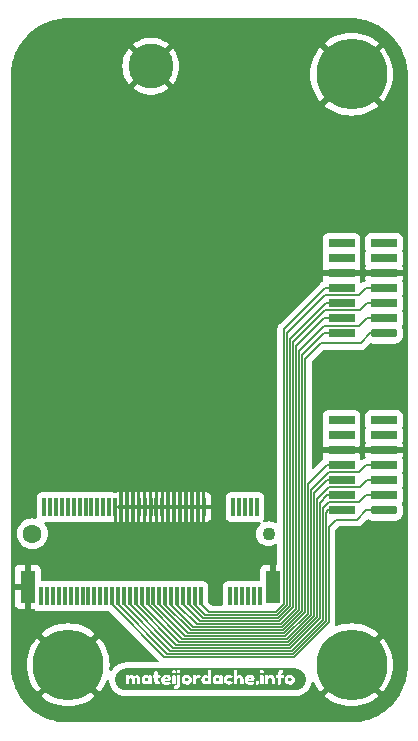
<source format=gbr>
%TF.GenerationSoftware,KiCad,Pcbnew,7.0.5-0*%
%TF.CreationDate,2023-07-31T21:43:18-04:00*%
%TF.ProjectId,carrier-arm14,63617272-6965-4722-9d61-726d31342e6b,rev?*%
%TF.SameCoordinates,Original*%
%TF.FileFunction,Copper,L1,Top*%
%TF.FilePolarity,Positive*%
%FSLAX46Y46*%
G04 Gerber Fmt 4.6, Leading zero omitted, Abs format (unit mm)*
G04 Created by KiCad (PCBNEW 7.0.5-0) date 2023-07-31 21:43:18*
%MOMM*%
%LPD*%
G01*
G04 APERTURE LIST*
G04 Aperture macros list*
%AMRoundRect*
0 Rectangle with rounded corners*
0 $1 Rounding radius*
0 $2 $3 $4 $5 $6 $7 $8 $9 X,Y pos of 4 corners*
0 Add a 4 corners polygon primitive as box body*
4,1,4,$2,$3,$4,$5,$6,$7,$8,$9,$2,$3,0*
0 Add four circle primitives for the rounded corners*
1,1,$1+$1,$2,$3*
1,1,$1+$1,$4,$5*
1,1,$1+$1,$6,$7*
1,1,$1+$1,$8,$9*
0 Add four rect primitives between the rounded corners*
20,1,$1+$1,$2,$3,$4,$5,0*
20,1,$1+$1,$4,$5,$6,$7,0*
20,1,$1+$1,$6,$7,$8,$9,0*
20,1,$1+$1,$8,$9,$2,$3,0*%
G04 Aperture macros list end*
%TA.AperFunction,ComponentPad*%
%ADD10C,6.000000*%
%TD*%
%TA.AperFunction,SMDPad,CuDef*%
%ADD11RoundRect,0.185000X0.915000X0.185000X-0.915000X0.185000X-0.915000X-0.185000X0.915000X-0.185000X0*%
%TD*%
%TA.AperFunction,SMDPad,CuDef*%
%ADD12R,2.200000X0.740000*%
%TD*%
%TA.AperFunction,ComponentPad*%
%ADD13C,1.100000*%
%TD*%
%TA.AperFunction,ComponentPad*%
%ADD14C,1.600000*%
%TD*%
%TA.AperFunction,SMDPad,CuDef*%
%ADD15R,0.300000X1.550000*%
%TD*%
%TA.AperFunction,SMDPad,CuDef*%
%ADD16R,0.330000X1.600000*%
%TD*%
%TA.AperFunction,SMDPad,CuDef*%
%ADD17R,1.200000X2.750000*%
%TD*%
%TA.AperFunction,ComponentPad*%
%ADD18C,3.800000*%
%TD*%
%TA.AperFunction,ViaPad*%
%ADD19C,0.800000*%
%TD*%
%TA.AperFunction,Conductor*%
%ADD20C,0.150000*%
%TD*%
%TA.AperFunction,Conductor*%
%ADD21C,0.250000*%
%TD*%
G04 APERTURE END LIST*
%TA.AperFunction,EtchedComponent*%
%TO.C,kibuzzard-64C85072*%
G36*
X135866213Y-108829744D02*
G01*
X135893994Y-108888481D01*
X135833669Y-108939281D01*
X135633644Y-108939281D01*
X135684444Y-108849588D01*
X135786838Y-108807519D01*
X135866213Y-108829744D01*
G37*
%TD.AperFunction*%
%TA.AperFunction,EtchedComponent*%
G36*
X142935350Y-108829744D02*
G01*
X142963131Y-108888481D01*
X142902806Y-108939281D01*
X142702781Y-108939281D01*
X142753581Y-108849588D01*
X142855975Y-108807519D01*
X142935350Y-108829744D01*
G37*
%TD.AperFunction*%
%TA.AperFunction,EtchedComponent*%
G36*
X134197750Y-108896419D02*
G01*
X134235056Y-108992463D01*
X134196162Y-109086919D01*
X134098531Y-109129781D01*
X133998519Y-109087713D01*
X133957244Y-108993256D01*
X133996137Y-108896419D01*
X134097737Y-108851969D01*
X134197750Y-108896419D01*
G37*
%TD.AperFunction*%
%TA.AperFunction,EtchedComponent*%
G36*
X139257113Y-108898006D02*
G01*
X139294419Y-108994050D01*
X139255525Y-109088506D01*
X139157894Y-109131369D01*
X139057881Y-109088506D01*
X139016606Y-108993256D01*
X139054706Y-108897213D01*
X139156306Y-108853556D01*
X139257113Y-108898006D01*
G37*
%TD.AperFunction*%
%TA.AperFunction,EtchedComponent*%
G36*
X140198500Y-108896419D02*
G01*
X140235806Y-108992463D01*
X140196913Y-109086919D01*
X140099281Y-109129781D01*
X139999269Y-109087713D01*
X139957994Y-108993256D01*
X139996888Y-108896419D01*
X140098488Y-108851969D01*
X140198500Y-108896419D01*
G37*
%TD.AperFunction*%
%TA.AperFunction,EtchedComponent*%
G36*
X137595794Y-108872606D02*
G01*
X137632703Y-108920628D01*
X137645006Y-108988494D01*
X137631909Y-109056756D01*
X137592619Y-109105969D01*
X137487844Y-109145656D01*
X137384656Y-109106763D01*
X137346556Y-109058344D01*
X137333856Y-108990875D01*
X137346159Y-108923208D01*
X137383069Y-108874194D01*
X137489431Y-108834506D01*
X137595794Y-108872606D01*
G37*
%TD.AperFunction*%
%TA.AperFunction,EtchedComponent*%
G36*
X146317519Y-108872606D02*
G01*
X146354428Y-108920628D01*
X146366731Y-108988494D01*
X146353634Y-109056756D01*
X146314344Y-109105969D01*
X146209569Y-109145656D01*
X146106381Y-109106763D01*
X146068281Y-109058344D01*
X146055581Y-108990875D01*
X146067884Y-108923208D01*
X146104794Y-108874194D01*
X146211156Y-108834506D01*
X146317519Y-108872606D01*
G37*
%TD.AperFunction*%
%TA.AperFunction,EtchedComponent*%
G36*
X146738697Y-108052628D02*
G01*
X146828668Y-108065973D01*
X146916897Y-108088074D01*
X147002536Y-108118716D01*
X147084758Y-108157604D01*
X147162773Y-108204365D01*
X147235829Y-108258547D01*
X147303223Y-108319628D01*
X147364305Y-108387022D01*
X147418487Y-108460078D01*
X147465247Y-108538093D01*
X147504135Y-108620315D01*
X147534777Y-108705954D01*
X147556878Y-108794183D01*
X147570223Y-108884154D01*
X147574686Y-108975000D01*
X147570223Y-109065846D01*
X147556878Y-109155817D01*
X147534777Y-109244046D01*
X147504135Y-109329685D01*
X147465247Y-109411907D01*
X147418487Y-109489922D01*
X147364305Y-109562978D01*
X147303223Y-109630372D01*
X147235829Y-109691453D01*
X147162773Y-109745635D01*
X147084758Y-109792396D01*
X147002536Y-109831284D01*
X146916897Y-109861926D01*
X146828668Y-109884027D01*
X146738697Y-109897372D01*
X146647851Y-109901835D01*
X146647719Y-109901835D01*
X146211156Y-109901835D01*
X145328506Y-109901835D01*
X144817331Y-109901835D01*
X143855306Y-109901835D01*
X143475100Y-109901835D01*
X142858356Y-109901835D01*
X142164619Y-109901835D01*
X141058131Y-109901835D01*
X140398525Y-109901835D01*
X139425388Y-109901835D01*
X138167294Y-109901835D01*
X137489431Y-109901835D01*
X136538519Y-109901835D01*
X135789219Y-109901835D01*
X135092306Y-109901835D01*
X134397775Y-109901835D01*
X133436544Y-109901835D01*
X132352281Y-109901835D01*
X132352149Y-109901835D01*
X132261303Y-109897372D01*
X132171332Y-109884027D01*
X132083103Y-109861926D01*
X131997464Y-109831284D01*
X131915242Y-109792396D01*
X131837227Y-109745635D01*
X131764171Y-109691453D01*
X131704952Y-109637781D01*
X136403581Y-109637781D01*
X136413900Y-109713584D01*
X136444856Y-109753669D01*
X136484544Y-109767163D01*
X136538519Y-109769544D01*
X136638355Y-109757197D01*
X136732547Y-109720155D01*
X136821094Y-109658419D01*
X136892531Y-109576045D01*
X136935394Y-109477091D01*
X136949681Y-109361556D01*
X136949681Y-108993256D01*
X137052869Y-108993256D01*
X137069736Y-109113708D01*
X137120338Y-109221063D01*
X137195545Y-109309566D01*
X137286231Y-109373463D01*
X137386244Y-109412158D01*
X137489431Y-109425056D01*
X137592420Y-109412952D01*
X137691838Y-109376638D01*
X137780969Y-109315519D01*
X138029181Y-109315519D01*
X138057756Y-109383781D01*
X138167294Y-109410769D01*
X138248256Y-109400450D01*
X138291119Y-109369494D01*
X138306200Y-109327425D01*
X138308581Y-109272656D01*
X138308581Y-108992463D01*
X138738794Y-108992463D01*
X138751847Y-109098472D01*
X138791005Y-109195310D01*
X138856269Y-109282975D01*
X138937408Y-109352208D01*
X139024191Y-109393747D01*
X139116619Y-109407594D01*
X139222584Y-109388544D01*
X139302356Y-109331394D01*
X139339464Y-109389734D01*
X139425388Y-109409181D01*
X139514089Y-109398466D01*
X139559531Y-109366319D01*
X139574613Y-109325838D01*
X139576994Y-109271069D01*
X139576994Y-108990875D01*
X139680181Y-108990875D01*
X139693234Y-109096973D01*
X139732392Y-109194075D01*
X139797656Y-109282181D01*
X139878178Y-109351855D01*
X139963109Y-109393659D01*
X140052450Y-109407594D01*
X140170123Y-109386559D01*
X140248506Y-109323456D01*
X140282638Y-109386163D01*
X140398525Y-109407594D01*
X140468970Y-109397275D01*
X140507269Y-109366319D01*
X140520763Y-109324250D01*
X140523144Y-109269481D01*
X140523144Y-108989288D01*
X140626331Y-108989288D01*
X140636650Y-109087316D01*
X140667606Y-109176613D01*
X140714834Y-109253011D01*
X140773969Y-109312344D01*
X140866220Y-109371434D01*
X140960941Y-109406888D01*
X141058131Y-109418706D01*
X141179575Y-109402831D01*
X141280381Y-109355206D01*
X141345866Y-109300834D01*
X141357003Y-109271069D01*
X141470881Y-109271069D01*
X141473263Y-109326631D01*
X141486756Y-109367906D01*
X141528428Y-109400053D01*
X141608994Y-109410769D01*
X141690353Y-109400450D01*
X141731231Y-109369494D01*
X141746313Y-109327425D01*
X141748694Y-109272656D01*
X141748694Y-108964681D01*
X141797906Y-108887687D01*
X141897125Y-108853556D01*
X141989994Y-108890069D01*
X142026506Y-108991669D01*
X142026506Y-109269481D01*
X142028888Y-109326631D01*
X142043969Y-109369494D01*
X142086038Y-109400450D01*
X142164619Y-109410769D01*
X142245978Y-109400450D01*
X142286856Y-109369494D01*
X142301938Y-109327425D01*
X142304319Y-109272656D01*
X142304319Y-108996431D01*
X142407506Y-108996431D01*
X142418619Y-109098913D01*
X142451956Y-109194692D01*
X142507519Y-109283769D01*
X142568439Y-109343895D01*
X142649600Y-109390925D01*
X142747430Y-109421286D01*
X142858356Y-109431406D01*
X143006291Y-109422576D01*
X143111959Y-109396084D01*
X143175360Y-109351932D01*
X143196494Y-109290119D01*
X143190213Y-109267894D01*
X143317144Y-109267894D01*
X143348100Y-109382194D01*
X143395328Y-109404816D01*
X143475100Y-109412356D01*
X143553086Y-109400847D01*
X143594956Y-109366319D01*
X143611625Y-109322663D01*
X143613805Y-109271069D01*
X143717194Y-109271069D01*
X143719575Y-109326631D01*
X143733069Y-109367906D01*
X143774741Y-109400053D01*
X143855306Y-109410769D01*
X143936666Y-109400450D01*
X143977544Y-109369494D01*
X143992625Y-109327425D01*
X143995006Y-109272656D01*
X143995006Y-109269481D01*
X144122006Y-109269481D01*
X144124388Y-109324250D01*
X144137881Y-109366319D01*
X144179553Y-109398466D01*
X144260119Y-109409181D01*
X144341478Y-109398466D01*
X144382356Y-109366319D01*
X144397438Y-109325838D01*
X144399819Y-109271069D01*
X144399819Y-108990081D01*
X144438713Y-108890069D01*
X144540313Y-108851969D01*
X144640325Y-108888481D01*
X144677631Y-108990081D01*
X144677631Y-109269481D01*
X144687156Y-109350444D01*
X144728431Y-109394497D01*
X144817331Y-109409181D01*
X144899088Y-109398466D01*
X144941156Y-109366319D01*
X144954650Y-109325838D01*
X144957031Y-109271069D01*
X144957031Y-108991669D01*
X144945301Y-108881161D01*
X144910112Y-108782472D01*
X144864860Y-108715444D01*
X145044344Y-108715444D01*
X145074506Y-108831331D01*
X145133244Y-108850381D01*
X145190394Y-108850381D01*
X145190394Y-109271069D01*
X145192775Y-109326631D01*
X145207856Y-109368700D01*
X145249925Y-109402037D01*
X145328506Y-109412356D01*
X145408675Y-109402831D01*
X145454713Y-109363938D01*
X145469794Y-109274244D01*
X145469794Y-108993256D01*
X145774594Y-108993256D01*
X145791461Y-109113708D01*
X145842063Y-109221063D01*
X145917270Y-109309566D01*
X146007956Y-109373463D01*
X146107969Y-109412158D01*
X146211156Y-109425056D01*
X146314145Y-109412952D01*
X146413563Y-109376638D01*
X146503852Y-109314725D01*
X146579456Y-109225825D01*
X146630653Y-109116089D01*
X146647719Y-108991669D01*
X146633078Y-108872165D01*
X146589158Y-108767655D01*
X146515956Y-108678137D01*
X146423705Y-108609787D01*
X146322634Y-108568776D01*
X146212744Y-108555106D01*
X146102677Y-108568865D01*
X146001077Y-108610140D01*
X145907944Y-108678931D01*
X145833860Y-108768890D01*
X145789410Y-108873665D01*
X145774594Y-108993256D01*
X145469794Y-108993256D01*
X145469794Y-108848794D01*
X145571394Y-108855144D01*
X145668231Y-108836094D01*
X145700775Y-108794025D01*
X145711094Y-108715444D01*
X145701569Y-108636069D01*
X145659897Y-108590825D01*
X145572981Y-108575744D01*
X145469794Y-108585269D01*
X145469794Y-108497956D01*
X145528531Y-108458269D01*
X145572981Y-108458269D01*
X145642831Y-108429694D01*
X145669819Y-108320156D01*
X145659103Y-108238797D01*
X145626956Y-108197919D01*
X145584888Y-108182837D01*
X145530119Y-108180456D01*
X145428695Y-108191481D01*
X145344558Y-108224553D01*
X145277706Y-108279675D01*
X145212222Y-108384648D01*
X145190394Y-108501131D01*
X145190394Y-108585269D01*
X145138006Y-108585269D01*
X145067759Y-108617813D01*
X145044344Y-108715444D01*
X144864860Y-108715444D01*
X144851463Y-108695600D01*
X144775174Y-108628131D01*
X144687068Y-108587650D01*
X144587144Y-108574156D01*
X144468081Y-108610669D01*
X144425219Y-108644006D01*
X144396644Y-108675756D01*
X144380769Y-108610669D01*
X144339891Y-108583284D01*
X144261706Y-108574156D01*
X144181141Y-108584078D01*
X144139469Y-108613844D01*
X144124388Y-108654325D01*
X144122006Y-108707506D01*
X144122006Y-109269481D01*
X143995006Y-109269481D01*
X143995006Y-108717031D01*
X143993419Y-108670994D01*
X143964844Y-108602731D01*
X143856894Y-108575744D01*
X143856100Y-108575844D01*
X143775138Y-108586063D01*
X143733069Y-108617019D01*
X143719575Y-108659087D01*
X143717194Y-108713856D01*
X143717194Y-109271069D01*
X143613805Y-109271069D01*
X143614006Y-109266306D01*
X143614006Y-109259956D01*
X143587019Y-109148831D01*
X143535623Y-109123828D01*
X143454463Y-109115494D01*
X143376477Y-109127400D01*
X143334606Y-109163119D01*
X143319525Y-109205981D01*
X143317144Y-109261544D01*
X143317144Y-109267894D01*
X143190213Y-109267894D01*
X143175856Y-109217094D01*
X143088544Y-109145656D01*
X143025044Y-109163119D01*
X143007581Y-109169469D01*
X142945272Y-109183756D01*
X142863119Y-109188519D01*
X142758344Y-109158356D01*
X142705956Y-109083744D01*
X143082194Y-109083744D01*
X143189350Y-109036912D01*
X143225664Y-108977381D01*
X143237769Y-108892450D01*
X143224275Y-108798589D01*
X143183794Y-108712269D01*
X143124858Y-108644205D01*
X143051238Y-108595587D01*
X142962933Y-108566417D01*
X142859944Y-108556694D01*
X142737971Y-108570011D01*
X142630285Y-108609963D01*
X142536888Y-108676550D01*
X142465009Y-108765362D01*
X142421882Y-108871989D01*
X142407506Y-108996431D01*
X142304319Y-108996431D01*
X142304319Y-108993256D01*
X142292589Y-108882837D01*
X142257399Y-108784412D01*
X142198750Y-108697981D01*
X142122462Y-108630953D01*
X142034356Y-108590737D01*
X141934431Y-108577331D01*
X141834816Y-108601541D01*
X141748694Y-108674169D01*
X141748694Y-108323331D01*
X141748625Y-108321744D01*
X143717194Y-108321744D01*
X143719575Y-108376512D01*
X143733863Y-108418581D01*
X143775931Y-108451919D01*
X143856100Y-108461444D01*
X143936269Y-108451919D01*
X143978338Y-108419375D01*
X143992625Y-108378100D01*
X143995006Y-108323331D01*
X143992625Y-108268563D01*
X143977544Y-108226494D01*
X143937063Y-108194347D01*
X143856894Y-108183631D01*
X143775138Y-108194347D01*
X143733069Y-108226494D01*
X143719575Y-108266975D01*
X143717194Y-108321744D01*
X141748625Y-108321744D01*
X141746313Y-108268563D01*
X141731231Y-108226494D01*
X141690750Y-108194347D01*
X141610581Y-108183631D01*
X141528825Y-108194347D01*
X141486756Y-108226494D01*
X141473263Y-108266975D01*
X141470881Y-108321744D01*
X141470881Y-109271069D01*
X141357003Y-109271069D01*
X141367694Y-109242494D01*
X141331181Y-109159944D01*
X141268078Y-109096841D01*
X141215294Y-109075806D01*
X141144650Y-109105175D01*
X141050988Y-109134544D01*
X140956531Y-109097237D01*
X140912081Y-108992463D01*
X140958119Y-108886894D01*
X141057338Y-108848794D01*
X141139094Y-108875781D01*
X141224819Y-108910706D01*
X141278397Y-108888878D01*
X141334356Y-108823394D01*
X141367694Y-108732113D01*
X141326419Y-108659881D01*
X141281969Y-108629719D01*
X141256569Y-108613844D01*
X141172431Y-108581300D01*
X141054956Y-108564631D01*
X140957413Y-108576273D01*
X140863751Y-108611198D01*
X140773969Y-108669406D01*
X140714834Y-108728342D01*
X140667606Y-108803550D01*
X140636650Y-108891656D01*
X140626331Y-108989288D01*
X140523144Y-108989288D01*
X140523144Y-108713856D01*
X140520763Y-108659087D01*
X140506475Y-108617019D01*
X140464406Y-108583681D01*
X140372331Y-108574156D01*
X140283034Y-108596381D01*
X140246919Y-108663056D01*
X140218344Y-108630513D01*
X140156431Y-108594794D01*
X140058006Y-108575744D01*
X139966372Y-108589590D01*
X139879853Y-108631130D01*
X139798450Y-108700362D01*
X139732745Y-108788028D01*
X139693322Y-108884865D01*
X139680181Y-108990875D01*
X139576994Y-108990875D01*
X139576994Y-108323331D01*
X139574613Y-108268563D01*
X139560325Y-108226494D01*
X139518256Y-108193156D01*
X139438088Y-108183631D01*
X139357919Y-108193156D01*
X139315850Y-108225700D01*
X139301563Y-108266975D01*
X139299181Y-108321744D01*
X139299181Y-108655119D01*
X139220997Y-108595587D01*
X139116619Y-108575744D01*
X139024985Y-108589678D01*
X138938466Y-108631483D01*
X138857063Y-108701156D01*
X138791358Y-108789263D01*
X138751935Y-108886365D01*
X138738794Y-108992463D01*
X138308581Y-108992463D01*
X138308581Y-108939281D01*
X138345888Y-108866256D01*
X138426056Y-108836094D01*
X138495113Y-108848794D01*
X138549881Y-108861494D01*
X138637194Y-108801169D01*
X138667356Y-108690044D01*
X138647513Y-108616225D01*
X138597506Y-108583681D01*
X138541944Y-108570188D01*
X138479238Y-108566219D01*
X138392719Y-108593206D01*
X138328425Y-108636069D01*
X138305406Y-108663056D01*
X138287944Y-108610669D01*
X138246272Y-108583284D01*
X138168881Y-108574156D01*
X138087125Y-108584872D01*
X138045056Y-108617019D01*
X138031563Y-108657500D01*
X138029181Y-108712269D01*
X138029181Y-109269481D01*
X138029181Y-109315519D01*
X137780969Y-109315519D01*
X137782127Y-109314725D01*
X137857731Y-109225825D01*
X137908928Y-109116089D01*
X137925994Y-108991669D01*
X137911353Y-108872165D01*
X137867433Y-108767655D01*
X137794231Y-108678137D01*
X137701980Y-108609787D01*
X137600909Y-108568776D01*
X137491019Y-108555106D01*
X137380952Y-108568865D01*
X137279352Y-108610140D01*
X137186219Y-108678931D01*
X137112135Y-108768890D01*
X137067685Y-108873665D01*
X137052869Y-108993256D01*
X136949681Y-108993256D01*
X136949681Y-108707506D01*
X136947300Y-108652737D01*
X136933013Y-108611463D01*
X136892531Y-108578919D01*
X136814744Y-108569394D01*
X136811569Y-108569779D01*
X136736163Y-108578919D01*
X136691713Y-108614638D01*
X136676631Y-108696394D01*
X136676631Y-109350444D01*
X136665519Y-109420294D01*
X136632181Y-109464744D01*
X136529788Y-109496494D01*
X136437713Y-109520306D01*
X136412114Y-109561581D01*
X136409931Y-109581074D01*
X136403581Y-109637781D01*
X131704952Y-109637781D01*
X131696777Y-109630372D01*
X131635695Y-109562978D01*
X131581513Y-109489922D01*
X131534753Y-109411907D01*
X131495865Y-109329685D01*
X131474892Y-109271069D01*
X132352281Y-109271069D01*
X132354662Y-109326631D01*
X132368156Y-109367906D01*
X132409828Y-109400053D01*
X132490394Y-109410769D01*
X132571356Y-109400450D01*
X132614219Y-109369494D01*
X132629300Y-109327425D01*
X132631681Y-109272656D01*
X132631681Y-108991669D01*
X132655494Y-108888084D01*
X132726931Y-108853556D01*
X132800750Y-108888084D01*
X132825356Y-108991669D01*
X132825356Y-109269481D01*
X132827737Y-109324250D01*
X132841231Y-109366319D01*
X132882903Y-109399656D01*
X132963469Y-109410769D01*
X133045225Y-109400053D01*
X133087294Y-109367906D01*
X133102375Y-109326631D01*
X133104756Y-109271069D01*
X133104756Y-108993256D01*
X133124600Y-108890069D01*
X133200006Y-108853556D01*
X133273825Y-108888084D01*
X133298431Y-108991669D01*
X133298431Y-109269481D01*
X133300812Y-109324250D01*
X133314306Y-109366319D01*
X133355978Y-109399656D01*
X133436544Y-109410769D01*
X133517903Y-109400053D01*
X133558781Y-109367906D01*
X133573862Y-109325838D01*
X133576244Y-109271069D01*
X133576244Y-108993256D01*
X133576077Y-108990875D01*
X133679431Y-108990875D01*
X133692484Y-109096973D01*
X133731642Y-109194075D01*
X133796906Y-109282181D01*
X133877428Y-109351855D01*
X133962359Y-109393659D01*
X134051700Y-109407594D01*
X134169373Y-109386559D01*
X134247756Y-109323456D01*
X134281887Y-109386163D01*
X134397775Y-109407594D01*
X134468220Y-109397275D01*
X134506519Y-109366319D01*
X134520012Y-109324250D01*
X134522394Y-109269481D01*
X134522394Y-108734494D01*
X134609706Y-108734494D01*
X134632725Y-108826569D01*
X134690669Y-108853556D01*
X134755756Y-108848794D01*
X134755756Y-109083744D01*
X134765281Y-109190812D01*
X134793856Y-109274949D01*
X134841481Y-109336156D01*
X134907451Y-109377608D01*
X134991059Y-109402478D01*
X135092306Y-109410769D01*
X135145488Y-109408388D01*
X135187556Y-109394894D01*
X135220894Y-109353222D01*
X135232006Y-109272656D01*
X135195494Y-109166294D01*
X135153425Y-109151213D01*
X135096275Y-109148831D01*
X135045475Y-109129781D01*
X135031981Y-109067869D01*
X135031981Y-108996431D01*
X135338369Y-108996431D01*
X135349481Y-109098913D01*
X135382819Y-109194692D01*
X135438381Y-109283769D01*
X135499302Y-109343895D01*
X135580463Y-109390925D01*
X135678292Y-109421286D01*
X135789219Y-109431406D01*
X135937154Y-109422576D01*
X136042822Y-109396084D01*
X136106223Y-109351932D01*
X136127356Y-109290119D01*
X136121972Y-109271069D01*
X136271819Y-109271069D01*
X136274200Y-109326631D01*
X136287694Y-109367906D01*
X136329366Y-109400053D01*
X136409931Y-109410769D01*
X136491291Y-109400450D01*
X136532169Y-109369494D01*
X136547250Y-109327425D01*
X136549631Y-109272656D01*
X136549631Y-108717031D01*
X136548044Y-108670994D01*
X136519469Y-108602731D01*
X136411519Y-108575744D01*
X136410725Y-108575844D01*
X136329763Y-108586063D01*
X136287694Y-108617019D01*
X136274200Y-108659087D01*
X136271819Y-108713856D01*
X136271819Y-109271069D01*
X136121972Y-109271069D01*
X136106719Y-109217094D01*
X136019406Y-109145656D01*
X135955906Y-109163119D01*
X135938444Y-109169469D01*
X135876134Y-109183756D01*
X135793981Y-109188519D01*
X135689206Y-109158356D01*
X135636819Y-109083744D01*
X136013056Y-109083744D01*
X136120213Y-109036912D01*
X136156527Y-108977381D01*
X136168631Y-108892450D01*
X136155138Y-108798589D01*
X136114656Y-108712269D01*
X136055720Y-108644205D01*
X135982100Y-108595587D01*
X135893795Y-108566417D01*
X135790806Y-108556694D01*
X135668833Y-108570011D01*
X135561148Y-108609963D01*
X135467750Y-108676550D01*
X135395872Y-108765362D01*
X135352744Y-108871989D01*
X135338369Y-108996431D01*
X135031981Y-108996431D01*
X135031981Y-108848794D01*
X135135169Y-108855144D01*
X135189937Y-108852763D01*
X135232006Y-108839269D01*
X135264153Y-108797597D01*
X135274869Y-108717031D01*
X135264550Y-108635672D01*
X135233594Y-108594794D01*
X135191525Y-108579713D01*
X135137550Y-108577331D01*
X135031981Y-108583681D01*
X135031981Y-108428106D01*
X135024044Y-108347144D01*
X134999559Y-108321744D01*
X136271819Y-108321744D01*
X136274200Y-108376512D01*
X136288488Y-108418581D01*
X136330556Y-108451919D01*
X136410725Y-108461444D01*
X136490894Y-108451919D01*
X136532963Y-108419375D01*
X136547250Y-108378100D01*
X136549631Y-108323331D01*
X136549493Y-108320156D01*
X136676631Y-108320156D01*
X136679013Y-108374925D01*
X136693300Y-108416200D01*
X136733781Y-108448744D01*
X136811569Y-108458269D01*
X136890150Y-108449537D01*
X136932219Y-108418581D01*
X136947300Y-108378894D01*
X136949681Y-108326506D01*
X136949681Y-108316981D01*
X136947300Y-108264594D01*
X136933806Y-108226494D01*
X136892134Y-108195537D01*
X136814744Y-108185219D01*
X136734178Y-108195537D01*
X136692506Y-108226494D01*
X136679013Y-108266181D01*
X136676631Y-108320156D01*
X136549493Y-108320156D01*
X136547250Y-108268563D01*
X136532169Y-108226494D01*
X136491688Y-108194347D01*
X136411519Y-108183631D01*
X136329763Y-108194347D01*
X136287694Y-108226494D01*
X136274200Y-108266975D01*
X136271819Y-108321744D01*
X134999559Y-108321744D01*
X134981578Y-108303091D01*
X134895456Y-108288406D01*
X134814097Y-108298328D01*
X134773219Y-108328094D01*
X134758138Y-108366194D01*
X134755756Y-108420169D01*
X134755756Y-108583681D01*
X134703369Y-108577331D01*
X134639869Y-108597969D01*
X134617644Y-108640037D01*
X134609706Y-108734494D01*
X134522394Y-108734494D01*
X134522394Y-108713856D01*
X134520012Y-108659087D01*
X134505725Y-108617019D01*
X134463656Y-108583681D01*
X134371581Y-108574156D01*
X134282284Y-108596381D01*
X134246169Y-108663056D01*
X134217594Y-108630513D01*
X134155681Y-108594794D01*
X134057256Y-108575744D01*
X133965622Y-108589590D01*
X133879103Y-108631130D01*
X133797700Y-108700362D01*
X133731995Y-108788028D01*
X133692572Y-108884865D01*
X133679431Y-108990875D01*
X133576077Y-108990875D01*
X133566719Y-108857172D01*
X133538144Y-108749487D01*
X133490519Y-108670200D01*
X133394475Y-108596977D01*
X133277794Y-108572569D01*
X133166669Y-108603525D01*
X133088087Y-108660675D01*
X133046019Y-108710681D01*
X132983930Y-108633952D01*
X132903497Y-108587915D01*
X132804719Y-108572569D01*
X132707484Y-108600747D01*
X132625331Y-108685281D01*
X132598344Y-108602731D01*
X132482456Y-108574156D01*
X132409828Y-108584872D01*
X132369744Y-108617019D01*
X132354662Y-108657500D01*
X132352281Y-108712269D01*
X132352281Y-109271069D01*
X131474892Y-109271069D01*
X131465223Y-109244046D01*
X131443122Y-109155817D01*
X131429777Y-109065846D01*
X131425314Y-108975000D01*
X131429777Y-108884154D01*
X131443122Y-108794183D01*
X131465223Y-108705954D01*
X131495865Y-108620315D01*
X131534753Y-108538093D01*
X131581513Y-108460078D01*
X131635695Y-108387022D01*
X131696777Y-108319628D01*
X131764171Y-108258547D01*
X131837227Y-108204365D01*
X131915242Y-108157604D01*
X131997464Y-108118716D01*
X132083103Y-108088074D01*
X132171332Y-108065973D01*
X132261303Y-108052628D01*
X132352149Y-108048165D01*
X132352281Y-108048165D01*
X146647719Y-108048165D01*
X146647851Y-108048165D01*
X146738697Y-108052628D01*
G37*
%TD.AperFunction*%
%TD*%
D10*
%TO.P,H104,1,1*%
%TO.N,GND*%
X127450000Y-107750000D03*
%TD*%
%TO.P,H102,1,1*%
%TO.N,GND*%
X151450000Y-57750000D03*
%TD*%
D11*
%TO.P,J101,1,Pin_1*%
%TO.N,/IO0*%
X154200000Y-94675000D03*
D12*
%TO.P,J101,2,Pin_2*%
%TO.N,/IO1*%
X150600000Y-94675000D03*
%TO.P,J101,3,Pin_3*%
%TO.N,/IO2*%
X154200000Y-93405000D03*
%TO.P,J101,4,Pin_4*%
%TO.N,/IO3*%
X150600000Y-93405000D03*
%TO.P,J101,5,Pin_5*%
%TO.N,/IO4*%
X154200000Y-92135000D03*
%TO.P,J101,6,Pin_6*%
%TO.N,/IO5*%
X150600000Y-92135000D03*
%TO.P,J101,7,Pin_7*%
%TO.N,/IO6*%
X154200000Y-90865000D03*
%TO.P,J101,8,Pin_8*%
%TO.N,/IO7*%
X150600000Y-90865000D03*
%TO.P,J101,9,Pin_9*%
%TO.N,GND*%
X154200000Y-89595000D03*
%TO.P,J101,10,Pin_10*%
X150600000Y-89595000D03*
%TO.P,J101,11,Pin_11*%
%TO.N,unconnected-(J101-Pin_11-Pad11)*%
X154200000Y-88325000D03*
%TO.P,J101,12,Pin_12*%
%TO.N,unconnected-(J101-Pin_12-Pad12)*%
X150600000Y-88325000D03*
%TO.P,J101,13,Pin_13*%
%TO.N,unconnected-(J101-Pin_13-Pad13)*%
X154200000Y-87055000D03*
%TO.P,J101,14,Pin_14*%
%TO.N,unconnected-(J101-Pin_14-Pad14)*%
X150600000Y-87055000D03*
%TD*%
D13*
%TO.P,CN101,*%
%TO.N,*%
X144425000Y-96650000D03*
D14*
X124425000Y-96650000D03*
D15*
%TO.P,CN101,1,1*%
%TO.N,unconnected-(CN101-Pad1)*%
X143675000Y-101920000D03*
%TO.P,CN101,2,2*%
%TO.N,unconnected-(CN101-Pad2)*%
X143425000Y-94380000D03*
%TO.P,CN101,3,3*%
%TO.N,unconnected-(CN101-Pad3)*%
X143175000Y-101920000D03*
%TO.P,CN101,4,4*%
%TO.N,unconnected-(CN101-Pad4)*%
X142925000Y-94380000D03*
%TO.P,CN101,5,5*%
%TO.N,unconnected-(CN101-Pad5)*%
X142675000Y-101920000D03*
%TO.P,CN101,6,6*%
%TO.N,unconnected-(CN101-Pad6)*%
X142425000Y-94380000D03*
%TO.P,CN101,7,7*%
%TO.N,unconnected-(CN101-Pad7)*%
X142175000Y-101920000D03*
%TO.P,CN101,8,8*%
%TO.N,unconnected-(CN101-Pad8)*%
X141925000Y-94380000D03*
%TO.P,CN101,9,9*%
%TO.N,unconnected-(CN101-Pad9)*%
X141675000Y-101920000D03*
%TO.P,CN101,10,10*%
%TO.N,unconnected-(CN101-Pad10)*%
X141425000Y-94380000D03*
%TO.P,CN101,11,11*%
%TO.N,unconnected-(CN101-Pad11)*%
X141175000Y-101920000D03*
%TO.P,CN101,20,20*%
%TO.N,GND*%
X138925000Y-94380000D03*
%TO.P,CN101,21,21*%
%TO.N,/IO15*%
X138675000Y-101920000D03*
%TO.P,CN101,22,22*%
%TO.N,GND*%
X138425000Y-94380000D03*
%TO.P,CN101,23,23*%
%TO.N,/IO14*%
X138175000Y-101920000D03*
%TO.P,CN101,24,24*%
%TO.N,GND*%
X137925000Y-94380000D03*
%TO.P,CN101,25,25*%
%TO.N,/IO13*%
X137675000Y-101920000D03*
%TO.P,CN101,26,26*%
%TO.N,GND*%
X137425000Y-94380000D03*
%TO.P,CN101,27,27*%
%TO.N,/IO12*%
X137175000Y-101920000D03*
%TO.P,CN101,28,28*%
%TO.N,GND*%
X136925000Y-94380000D03*
%TO.P,CN101,29,29*%
%TO.N,/IO11*%
X136675000Y-101920000D03*
%TO.P,CN101,30,30*%
%TO.N,GND*%
X136425000Y-94380000D03*
%TO.P,CN101,31,31*%
%TO.N,/IO10*%
X136175000Y-101920000D03*
%TO.P,CN101,32,32*%
%TO.N,GND*%
X135925000Y-94380000D03*
%TO.P,CN101,33,33*%
%TO.N,/IO9*%
X135675000Y-101920000D03*
%TO.P,CN101,34,34*%
%TO.N,GND*%
X135425000Y-94380000D03*
%TO.P,CN101,35,35*%
%TO.N,/IO8*%
X135175000Y-101920000D03*
%TO.P,CN101,36,36*%
%TO.N,GND*%
X134925000Y-94380000D03*
%TO.P,CN101,37,37*%
%TO.N,/IO7*%
X134675000Y-101920000D03*
%TO.P,CN101,38,38*%
%TO.N,GND*%
X134425000Y-94380000D03*
%TO.P,CN101,39,39*%
%TO.N,/IO6*%
X134175000Y-101920000D03*
%TO.P,CN101,40,40*%
%TO.N,GND*%
X133925000Y-94380000D03*
%TO.P,CN101,41,41*%
%TO.N,/IO5*%
X133675000Y-101920000D03*
%TO.P,CN101,42,42*%
%TO.N,GND*%
X133425000Y-94380000D03*
%TO.P,CN101,43,43*%
%TO.N,/IO4*%
X133175000Y-101920000D03*
%TO.P,CN101,44,44*%
%TO.N,GND*%
X132925000Y-94380000D03*
%TO.P,CN101,45,45*%
%TO.N,/IO3*%
X132675000Y-101920000D03*
%TO.P,CN101,46,46*%
%TO.N,GND*%
X132425000Y-94380000D03*
%TO.P,CN101,47,47*%
%TO.N,/IO2*%
X132175000Y-101920000D03*
%TO.P,CN101,48,48*%
%TO.N,GND*%
X131925000Y-94380000D03*
%TO.P,CN101,49,49*%
%TO.N,/IO1*%
X131675000Y-101920000D03*
%TO.P,CN101,50,50*%
%TO.N,GND*%
X131425000Y-94380000D03*
%TO.P,CN101,51,51*%
%TO.N,/IO0*%
X131175000Y-101920000D03*
%TO.P,CN101,52,52*%
%TO.N,unconnected-(CN101-Pad52)*%
X130925000Y-94380000D03*
%TO.P,CN101,53,53*%
%TO.N,unconnected-(CN101-Pad53)*%
X130675000Y-101920000D03*
%TO.P,CN101,54,54*%
%TO.N,unconnected-(CN101-Pad54)*%
X130425000Y-94380000D03*
%TO.P,CN101,55,55*%
%TO.N,unconnected-(CN101-Pad55)*%
X130175000Y-101920000D03*
%TO.P,CN101,56,56*%
%TO.N,unconnected-(CN101-Pad56)*%
X129925000Y-94380000D03*
%TO.P,CN101,57,57*%
%TO.N,unconnected-(CN101-Pad57)*%
X129675000Y-101920000D03*
%TO.P,CN101,58,58*%
%TO.N,unconnected-(CN101-Pad58)*%
X129425000Y-94380000D03*
%TO.P,CN101,59,59*%
%TO.N,unconnected-(CN101-Pad59)*%
X129175000Y-101920000D03*
%TO.P,CN101,60,60*%
%TO.N,unconnected-(CN101-Pad60)*%
X128925000Y-94380000D03*
%TO.P,CN101,61,61*%
%TO.N,unconnected-(CN101-Pad61)*%
X128675000Y-101920000D03*
%TO.P,CN101,62,62*%
%TO.N,unconnected-(CN101-Pad62)*%
X128425000Y-94380000D03*
%TO.P,CN101,63,63*%
%TO.N,unconnected-(CN101-Pad63)*%
X128175000Y-101920000D03*
%TO.P,CN101,64,64*%
%TO.N,unconnected-(CN101-Pad64)*%
X127925000Y-94380000D03*
%TO.P,CN101,65,65*%
%TO.N,unconnected-(CN101-Pad65)*%
X127675000Y-101920000D03*
%TO.P,CN101,66,66*%
%TO.N,unconnected-(CN101-Pad66)*%
X127425000Y-94380000D03*
%TO.P,CN101,67,67*%
%TO.N,unconnected-(CN101-Pad67)*%
X127175000Y-101920000D03*
%TO.P,CN101,68,68*%
%TO.N,unconnected-(CN101-Pad68)*%
X126925000Y-94380000D03*
%TO.P,CN101,69,69*%
%TO.N,unconnected-(CN101-Pad69)*%
X126675000Y-101920000D03*
%TO.P,CN101,70,70*%
%TO.N,unconnected-(CN101-Pad70)*%
X126425000Y-94380000D03*
%TO.P,CN101,71,71*%
%TO.N,unconnected-(CN101-Pad71)*%
X126175000Y-101920000D03*
%TO.P,CN101,72,72*%
%TO.N,unconnected-(CN101-Pad72)*%
X125925000Y-94380000D03*
%TO.P,CN101,73,73*%
%TO.N,unconnected-(CN101-Pad73)*%
X125675000Y-101920000D03*
%TO.P,CN101,74,74*%
%TO.N,unconnected-(CN101-Pad74)*%
X125425000Y-94380000D03*
D16*
%TO.P,CN101,75,75*%
%TO.N,unconnected-(CN101-Pad75)*%
X125175000Y-101920000D03*
D17*
%TO.P,CN101,76,76*%
%TO.N,GND*%
X124025000Y-101150000D03*
%TO.P,CN101,77,77*%
X144825000Y-101150000D03*
%TD*%
D11*
%TO.P,J102,1,Pin_1*%
%TO.N,/IO8*%
X154200000Y-79675000D03*
D12*
%TO.P,J102,2,Pin_2*%
%TO.N,/IO9*%
X150600000Y-79675000D03*
%TO.P,J102,3,Pin_3*%
%TO.N,/IO10*%
X154200000Y-78405000D03*
%TO.P,J102,4,Pin_4*%
%TO.N,/IO11*%
X150600000Y-78405000D03*
%TO.P,J102,5,Pin_5*%
%TO.N,/IO12*%
X154200000Y-77135000D03*
%TO.P,J102,6,Pin_6*%
%TO.N,/IO13*%
X150600000Y-77135000D03*
%TO.P,J102,7,Pin_7*%
%TO.N,/IO14*%
X154200000Y-75865000D03*
%TO.P,J102,8,Pin_8*%
%TO.N,/IO15*%
X150600000Y-75865000D03*
%TO.P,J102,9,Pin_9*%
%TO.N,GND*%
X154200000Y-74595000D03*
%TO.P,J102,10,Pin_10*%
X150600000Y-74595000D03*
%TO.P,J102,11,Pin_11*%
%TO.N,unconnected-(J102-Pin_11-Pad11)*%
X154200000Y-73325000D03*
%TO.P,J102,12,Pin_12*%
%TO.N,unconnected-(J102-Pin_12-Pad12)*%
X150600000Y-73325000D03*
%TO.P,J102,13,Pin_13*%
%TO.N,unconnected-(J102-Pin_13-Pad13)*%
X154200000Y-72055000D03*
%TO.P,J102,14,Pin_14*%
%TO.N,unconnected-(J102-Pin_14-Pad14)*%
X150600000Y-72055000D03*
%TD*%
D10*
%TO.P,H103,1,1*%
%TO.N,GND*%
X151450000Y-107750000D03*
%TD*%
D18*
%TO.P,H105,1,1*%
%TO.N,GND*%
X134450000Y-57075000D03*
%TD*%
D19*
%TO.N,GND*%
X152375000Y-74575000D03*
X152350000Y-89600000D03*
X140175000Y-94075000D03*
X139900000Y-101775000D03*
%TD*%
D20*
%TO.N,/IO0*%
X135600000Y-107050000D02*
X146578302Y-107050000D01*
X152700000Y-94675000D02*
X154200000Y-94675000D01*
X151925000Y-95450000D02*
X152700000Y-94675000D01*
X150100000Y-95450000D02*
X151925000Y-95450000D01*
X149500000Y-96050000D02*
X150100000Y-95450000D01*
X131175000Y-101920000D02*
X131175000Y-102625000D01*
X131175000Y-102625000D02*
X135600000Y-107050000D01*
X149500000Y-104128295D02*
X149500000Y-96050000D01*
X146578302Y-107050000D02*
X149500000Y-104128295D01*
D21*
%TO.N,GND*%
X131425000Y-94380000D02*
X131425000Y-96150000D01*
D20*
%TO.N,/IO1*%
X131675000Y-101920000D02*
X131675000Y-102625000D01*
X135850000Y-106800000D02*
X146474750Y-106799998D01*
X149450000Y-94675000D02*
X150600000Y-94675000D01*
X149250000Y-104024742D02*
X149250000Y-94875000D01*
X131675000Y-102625000D02*
X135850000Y-106800000D01*
X146474750Y-106799998D02*
X149250000Y-104024742D01*
X149250000Y-94875000D02*
X149450000Y-94675000D01*
%TO.N,/IO2*%
X132175000Y-101920000D02*
X132175000Y-102625000D01*
X136100000Y-106550000D02*
X146371196Y-106549999D01*
X149000000Y-103921189D02*
X149000000Y-94455000D01*
X149505000Y-93950000D02*
X152100000Y-93950000D01*
X146371196Y-106549999D02*
X149000000Y-103921189D01*
X152645000Y-93405000D02*
X154200000Y-93405000D01*
X152100000Y-93950000D02*
X152645000Y-93405000D01*
X149000000Y-94455000D02*
X149505000Y-93950000D01*
X132175000Y-102625000D02*
X136100000Y-106550000D01*
%TO.N,/IO3*%
X148750000Y-94050000D02*
X149395000Y-93405000D01*
X132675000Y-101920000D02*
X132675000Y-102625000D01*
X149395000Y-93405000D02*
X150600000Y-93405000D01*
X132675000Y-102625000D02*
X136350000Y-106300000D01*
X148750000Y-103817636D02*
X148750000Y-94050000D01*
X146267642Y-106300000D02*
X148750000Y-103817636D01*
X136350000Y-106300000D02*
X146267642Y-106300000D01*
%TO.N,/IO4*%
X133175000Y-101920000D02*
X133175000Y-102625000D01*
X148500000Y-103714083D02*
X148500000Y-93685000D01*
X133175000Y-102625000D02*
X136600000Y-106050000D01*
X152715000Y-92135000D02*
X154200000Y-92135000D01*
X146164090Y-106049998D02*
X148500000Y-103714083D01*
X148500000Y-93685000D02*
X149505000Y-92680000D01*
X149505000Y-92680000D02*
X152170000Y-92680000D01*
X152170000Y-92680000D02*
X152715000Y-92135000D01*
X136600000Y-106050000D02*
X146164090Y-106049998D01*
%TO.N,/IO5*%
X146060536Y-105799999D02*
X148250000Y-103610530D01*
X149350000Y-92135000D02*
X150600000Y-92135000D01*
X148250000Y-103610530D02*
X148250000Y-93235000D01*
X136825000Y-105800000D02*
X146060536Y-105799999D01*
X133675000Y-101920000D02*
X133675000Y-102650000D01*
X148250000Y-93235000D02*
X149350000Y-92135000D01*
X133675000Y-102650000D02*
X136825000Y-105800000D01*
%TO.N,/IO6*%
X152097500Y-91410000D02*
X152642500Y-90865000D01*
X148000000Y-103506977D02*
X148000000Y-92915000D01*
X145956982Y-105550000D02*
X148000000Y-103506977D01*
X134175000Y-101920000D02*
X134175000Y-102625000D01*
X137100000Y-105550000D02*
X145956982Y-105550000D01*
X148000000Y-92915000D02*
X149505000Y-91410000D01*
X152642500Y-90865000D02*
X154200000Y-90865000D01*
X134175000Y-102625000D02*
X137100000Y-105550000D01*
X149505000Y-91410000D02*
X152097500Y-91410000D01*
%TO.N,/IO7*%
X134675000Y-102625000D02*
X137350000Y-105300000D01*
X147750000Y-103403424D02*
X147750000Y-92465000D01*
X145853430Y-105299998D02*
X147750000Y-103403424D01*
X137350000Y-105300000D02*
X145853430Y-105299998D01*
X149350000Y-90865000D02*
X150600000Y-90865000D01*
X134675000Y-101920000D02*
X134675000Y-102625000D01*
X147750000Y-92465000D02*
X149350000Y-90865000D01*
%TO.N,/IO8*%
X135175000Y-101920000D02*
X135175000Y-102625000D01*
X147500000Y-103299871D02*
X147500000Y-81825000D01*
X145749876Y-105049999D02*
X147500000Y-103299871D01*
X152225000Y-80500000D02*
X153050000Y-79675000D01*
X135175000Y-102625000D02*
X137600000Y-105050000D01*
X153050000Y-79675000D02*
X154200000Y-79675000D01*
X137600000Y-105050000D02*
X145749876Y-105049999D01*
X147500000Y-81825000D02*
X148825000Y-80500000D01*
X148825000Y-80500000D02*
X152225000Y-80500000D01*
%TO.N,/IO9*%
X137825000Y-104800000D02*
X145646322Y-104800000D01*
X135675000Y-101920000D02*
X135675000Y-102650000D01*
X147250000Y-81541777D02*
X149116777Y-79675000D01*
X145646322Y-104800000D02*
X147250000Y-103196318D01*
X149116777Y-79675000D02*
X150600000Y-79675000D01*
X147250000Y-103196318D02*
X147250000Y-81541777D01*
X135675000Y-102650000D02*
X137825000Y-104800000D01*
%TO.N,/IO10*%
X136175000Y-102675000D02*
X138050000Y-104550000D01*
X145542770Y-104549998D02*
X147000000Y-103092765D01*
X149150000Y-79025000D02*
X152100000Y-79025000D01*
X147000000Y-103092765D02*
X147000000Y-81175000D01*
X152100000Y-79025000D02*
X152720000Y-78405000D01*
X136175000Y-101920000D02*
X136175000Y-102675000D01*
X138050000Y-104550000D02*
X145542770Y-104549998D01*
X152720000Y-78405000D02*
X154200000Y-78405000D01*
X147000000Y-81175000D02*
X149150000Y-79025000D01*
%TO.N,/IO11*%
X138325000Y-104300000D02*
X145439216Y-104299999D01*
X145439216Y-104299999D02*
X146750000Y-102989212D01*
X146750000Y-80775000D02*
X149120000Y-78405000D01*
X146750000Y-102989212D02*
X146750000Y-80775000D01*
X136675000Y-102650000D02*
X138325000Y-104300000D01*
X136675000Y-101920000D02*
X136675000Y-102650000D01*
X149120000Y-78405000D02*
X150600000Y-78405000D01*
%TO.N,/IO12*%
X137175000Y-101920000D02*
X137175000Y-102625000D01*
X138600000Y-104050000D02*
X145335662Y-104050000D01*
X152175000Y-77725000D02*
X152765000Y-77135000D01*
X146500000Y-80425000D02*
X149200000Y-77725000D01*
X149200000Y-77725000D02*
X152175000Y-77725000D01*
X137175000Y-102625000D02*
X138600000Y-104050000D01*
X146500000Y-102885659D02*
X146500000Y-80425000D01*
X152765000Y-77135000D02*
X154200000Y-77135000D01*
X145335662Y-104050000D02*
X146500000Y-102885659D01*
%TO.N,/IO13*%
X138850000Y-103800000D02*
X145232108Y-103800000D01*
X137675000Y-102625000D02*
X138850000Y-103800000D01*
X146250000Y-80150000D02*
X149265000Y-77135000D01*
X146250000Y-102782106D02*
X146250000Y-80150000D01*
X137675000Y-101920000D02*
X137675000Y-102625000D01*
X145232108Y-103800000D02*
X146250000Y-102782106D01*
X149265000Y-77135000D02*
X150600000Y-77135000D01*
%TO.N,/IO14*%
X138175000Y-102650000D02*
X139075000Y-103550000D01*
X152050000Y-76475000D02*
X152660000Y-75865000D01*
X149200000Y-76475000D02*
X152050000Y-76475000D01*
X145128554Y-103550000D02*
X146000000Y-102678553D01*
X146000000Y-79675000D02*
X149200000Y-76475000D01*
X138175000Y-101920000D02*
X138175000Y-102650000D01*
X139075000Y-103550000D02*
X145128554Y-103550000D01*
X152660000Y-75865000D02*
X154200000Y-75865000D01*
X146000000Y-102678553D02*
X146000000Y-79675000D01*
%TO.N,/IO15*%
X138675000Y-101920000D02*
X138675000Y-102600000D01*
X149185000Y-75865000D02*
X150600000Y-75865000D01*
X145025000Y-103300000D02*
X145750000Y-102575000D01*
X145750000Y-79300000D02*
X149185000Y-75865000D01*
X145750000Y-102575000D02*
X145750000Y-79300000D01*
X139375000Y-103300000D02*
X145025000Y-103300000D01*
X138675000Y-102600000D02*
X139375000Y-103300000D01*
%TD*%
%TA.AperFunction,Conductor*%
%TO.N,GND*%
G36*
X151378689Y-52997905D02*
G01*
X151571872Y-53006341D01*
X151750797Y-53014615D01*
X151802127Y-53016989D01*
X151807341Y-53017451D01*
X152017768Y-53045156D01*
X152231757Y-53075007D01*
X152236568Y-53075875D01*
X152446784Y-53122480D01*
X152654378Y-53171307D01*
X152658823Y-53172529D01*
X152865422Y-53237671D01*
X153066680Y-53305127D01*
X153070649Y-53306612D01*
X153270992Y-53389598D01*
X153272086Y-53390066D01*
X153419510Y-53455161D01*
X153465239Y-53475353D01*
X153468811Y-53477068D01*
X153661341Y-53577294D01*
X153662873Y-53578119D01*
X153846926Y-53680638D01*
X153850070Y-53682512D01*
X153949660Y-53745957D01*
X154033349Y-53799273D01*
X154035016Y-53800376D01*
X154208656Y-53919322D01*
X154211348Y-53921275D01*
X154383843Y-54053636D01*
X154385680Y-54055101D01*
X154517387Y-54164470D01*
X154547495Y-54189472D01*
X154549774Y-54191460D01*
X154710108Y-54338380D01*
X154712062Y-54340250D01*
X154786410Y-54414597D01*
X154860775Y-54488963D01*
X154862630Y-54490901D01*
X155009530Y-54651215D01*
X155011518Y-54653493D01*
X155145911Y-54815337D01*
X155147400Y-54817203D01*
X155279719Y-54989644D01*
X155281674Y-54992340D01*
X155400619Y-55165977D01*
X155401745Y-55167681D01*
X155518495Y-55350943D01*
X155520370Y-55354086D01*
X155622880Y-55538129D01*
X155623710Y-55539670D01*
X155723926Y-55732180D01*
X155725649Y-55735766D01*
X155810894Y-55928825D01*
X155811440Y-55930102D01*
X155836237Y-55989965D01*
X155894378Y-56130329D01*
X155895884Y-56134354D01*
X155963339Y-56335611D01*
X156028472Y-56542183D01*
X156029695Y-56546633D01*
X156078523Y-56754235D01*
X156125121Y-56964423D01*
X156125996Y-56969278D01*
X156155853Y-57183306D01*
X156183547Y-57393655D01*
X156184011Y-57398885D01*
X156194569Y-57627088D01*
X156203106Y-57822575D01*
X156203165Y-57825280D01*
X156203165Y-107798646D01*
X156203106Y-107801351D01*
X156194679Y-107994348D01*
X156184025Y-108224783D01*
X156183561Y-108230015D01*
X156155861Y-108440414D01*
X156126012Y-108654398D01*
X156125137Y-108659254D01*
X156078540Y-108869435D01*
X156029709Y-109077051D01*
X156028486Y-109081501D01*
X155963360Y-109288058D01*
X155895903Y-109489326D01*
X155894397Y-109493351D01*
X155811476Y-109693539D01*
X155810913Y-109694855D01*
X155725671Y-109887911D01*
X155723948Y-109891497D01*
X155623722Y-110084032D01*
X155622892Y-110085573D01*
X155520383Y-110269612D01*
X155518508Y-110272755D01*
X155401781Y-110455982D01*
X155400640Y-110457708D01*
X155281695Y-110631347D01*
X155279733Y-110634053D01*
X155147395Y-110806518D01*
X155145906Y-110808383D01*
X155011545Y-110970191D01*
X155009557Y-110972470D01*
X154862649Y-111132792D01*
X154860778Y-111134746D01*
X154712073Y-111283453D01*
X154710119Y-111285324D01*
X154549803Y-111432227D01*
X154547525Y-111434215D01*
X154385727Y-111568572D01*
X154383862Y-111570061D01*
X154211352Y-111702433D01*
X154208647Y-111704395D01*
X154035070Y-111823299D01*
X154033344Y-111824439D01*
X153850089Y-111941187D01*
X153846945Y-111943062D01*
X153662899Y-112045577D01*
X153661358Y-112046407D01*
X153468827Y-112146634D01*
X153465241Y-112148357D01*
X153272206Y-112233591D01*
X153270889Y-112234155D01*
X153070691Y-112317082D01*
X153066666Y-112318588D01*
X152865406Y-112386044D01*
X152658827Y-112451179D01*
X152654377Y-112452402D01*
X152446753Y-112501236D01*
X152236596Y-112547828D01*
X152231740Y-112548704D01*
X152017715Y-112578561D01*
X151807376Y-112606254D01*
X151802139Y-112606719D01*
X151563282Y-112617743D01*
X151379548Y-112625768D01*
X151376842Y-112625827D01*
X127428690Y-112625827D01*
X127425986Y-112625768D01*
X127232973Y-112617341D01*
X127002550Y-112606690D01*
X126997318Y-112606226D01*
X126786935Y-112578530D01*
X126572933Y-112548679D01*
X126568077Y-112547804D01*
X126357942Y-112501219D01*
X126150282Y-112452380D01*
X126145831Y-112451157D01*
X125939233Y-112386018D01*
X125738000Y-112318572D01*
X125733976Y-112317066D01*
X125533834Y-112234166D01*
X125532518Y-112233603D01*
X125339412Y-112148340D01*
X125335826Y-112146617D01*
X125143287Y-112046390D01*
X125141745Y-112045559D01*
X124957729Y-111943064D01*
X124954585Y-111941189D01*
X124771311Y-111824432D01*
X124769585Y-111823291D01*
X124595994Y-111704380D01*
X124593289Y-111702418D01*
X124420812Y-111570074D01*
X124418947Y-111568584D01*
X124348576Y-111510150D01*
X124257110Y-111434198D01*
X124254856Y-111432231D01*
X124094529Y-111285319D01*
X124092575Y-111283448D01*
X123943869Y-111134743D01*
X123941998Y-111132789D01*
X123795101Y-110972480D01*
X123793113Y-110970201D01*
X123658741Y-110808385D01*
X123657252Y-110806520D01*
X123524900Y-110634036D01*
X123522938Y-110631331D01*
X123403966Y-110457654D01*
X123402925Y-110456080D01*
X123286100Y-110272701D01*
X123284287Y-110269660D01*
X123189422Y-110099346D01*
X123181754Y-110085579D01*
X123180924Y-110084038D01*
X123125295Y-109977178D01*
X123080689Y-109891491D01*
X123078971Y-109887915D01*
X123078969Y-109887911D01*
X122993723Y-109694849D01*
X122993196Y-109693617D01*
X122910231Y-109493323D01*
X122908744Y-109489350D01*
X122841286Y-109288081D01*
X122833729Y-109264112D01*
X122776146Y-109081483D01*
X122774931Y-109077062D01*
X122726097Y-108869435D01*
X122720839Y-108845717D01*
X122679495Y-108659229D01*
X122678625Y-108654398D01*
X122648776Y-108440414D01*
X122621077Y-108230021D01*
X122620614Y-108224810D01*
X122609586Y-107985832D01*
X122608778Y-107967335D01*
X122601570Y-107802232D01*
X122601511Y-107799528D01*
X122601511Y-107750000D01*
X123945197Y-107750000D01*
X123964397Y-108116353D01*
X124021784Y-108478684D01*
X124021784Y-108478686D01*
X124116736Y-108833051D01*
X124248204Y-109175535D01*
X124414754Y-109502406D01*
X124614549Y-109810064D01*
X124803297Y-110043147D01*
X126226389Y-108620056D01*
X126342632Y-108769404D01*
X126525523Y-108937768D01*
X126580116Y-108973435D01*
X125156851Y-110396701D01*
X125389935Y-110585450D01*
X125697593Y-110785245D01*
X126024464Y-110951795D01*
X126366948Y-111083263D01*
X126721314Y-111178215D01*
X127083646Y-111235602D01*
X127449999Y-111254803D01*
X127450001Y-111254803D01*
X127816353Y-111235602D01*
X128178684Y-111178215D01*
X128178686Y-111178215D01*
X128533051Y-111083263D01*
X128875535Y-110951795D01*
X129202406Y-110785245D01*
X129510065Y-110585450D01*
X129743148Y-110396702D01*
X129743148Y-110396701D01*
X128319883Y-108973435D01*
X128374477Y-108937768D01*
X128557368Y-108769404D01*
X128673610Y-108620057D01*
X130096701Y-110043148D01*
X130096702Y-110043148D01*
X130285450Y-109810065D01*
X130485245Y-109502406D01*
X130651796Y-109175532D01*
X130690562Y-109074545D01*
X130732964Y-109019012D01*
X130798658Y-108995219D01*
X130866786Y-109010720D01*
X130915719Y-109060594D01*
X130928984Y-109100790D01*
X130930639Y-109111945D01*
X130931235Y-109118002D01*
X130931636Y-109126164D01*
X130936071Y-109148994D01*
X130936537Y-109151719D01*
X130946196Y-109216834D01*
X130946540Y-109219577D01*
X130948922Y-109242699D01*
X130948924Y-109242709D01*
X130950905Y-109250619D01*
X130952092Y-109256582D01*
X130953291Y-109264662D01*
X130958854Y-109283301D01*
X130959936Y-109286926D01*
X130960667Y-109289591D01*
X130976674Y-109353490D01*
X130977286Y-109356187D01*
X130981919Y-109378947D01*
X130981922Y-109378960D01*
X130984672Y-109386645D01*
X130986436Y-109392462D01*
X130988423Y-109400391D01*
X130988425Y-109400398D01*
X130997229Y-109421919D01*
X130998211Y-109424482D01*
X131020391Y-109486474D01*
X131021258Y-109489080D01*
X131028111Y-109511310D01*
X131028117Y-109511327D01*
X131031606Y-109518705D01*
X131033932Y-109524321D01*
X131036680Y-109532001D01*
X131047546Y-109552550D01*
X131048783Y-109555022D01*
X131076944Y-109614564D01*
X131078061Y-109617069D01*
X131087055Y-109638508D01*
X131091252Y-109645510D01*
X131094117Y-109650871D01*
X131097610Y-109658257D01*
X131110450Y-109677660D01*
X131111925Y-109680001D01*
X131145763Y-109736459D01*
X131147131Y-109738861D01*
X131158182Y-109759315D01*
X131163047Y-109765875D01*
X131166424Y-109770930D01*
X131168845Y-109774968D01*
X131170622Y-109777934D01*
X131170629Y-109777943D01*
X131175643Y-109784108D01*
X131185308Y-109795993D01*
X131186985Y-109798153D01*
X131226207Y-109851036D01*
X131227805Y-109853294D01*
X131240806Y-109872566D01*
X131240809Y-109872569D01*
X131246292Y-109878619D01*
X131250151Y-109883322D01*
X131253555Y-109887911D01*
X131255015Y-109889879D01*
X131256619Y-109891497D01*
X131271380Y-109906392D01*
X131273283Y-109908399D01*
X131317496Y-109957181D01*
X131319307Y-109959271D01*
X131334137Y-109977178D01*
X131334138Y-109977179D01*
X131334140Y-109977181D01*
X131338714Y-109981327D01*
X131340184Y-109982659D01*
X131344491Y-109986966D01*
X131349971Y-109993012D01*
X131362775Y-110003616D01*
X131367880Y-110007844D01*
X131369970Y-110009655D01*
X131418768Y-110053881D01*
X131420736Y-110055745D01*
X131437265Y-110072128D01*
X131437270Y-110072133D01*
X131437275Y-110072137D01*
X131443826Y-110076996D01*
X131448522Y-110080849D01*
X131454585Y-110086344D01*
X131459076Y-110089373D01*
X131473862Y-110099350D01*
X131476121Y-110100948D01*
X131503146Y-110120990D01*
X131529017Y-110140178D01*
X131531152Y-110141836D01*
X131544178Y-110152429D01*
X131549207Y-110156520D01*
X131549209Y-110156521D01*
X131549210Y-110156522D01*
X131556224Y-110160726D01*
X131561249Y-110164082D01*
X131567833Y-110168966D01*
X131587562Y-110179625D01*
X131588294Y-110180020D01*
X131590698Y-110181389D01*
X131647168Y-110215236D01*
X131649462Y-110216681D01*
X131668889Y-110229537D01*
X131668894Y-110229540D01*
X131676273Y-110233029D01*
X131681636Y-110235895D01*
X131688637Y-110240092D01*
X131710060Y-110249079D01*
X131712584Y-110250204D01*
X131736813Y-110261663D01*
X131772148Y-110278375D01*
X131774568Y-110279586D01*
X131795145Y-110290467D01*
X131802815Y-110293211D01*
X131802824Y-110293214D01*
X131808451Y-110295544D01*
X131815835Y-110299037D01*
X131838075Y-110305891D01*
X131840679Y-110306759D01*
X131902643Y-110328929D01*
X131905230Y-110329920D01*
X131926758Y-110338726D01*
X131926759Y-110338726D01*
X131926761Y-110338727D01*
X131934698Y-110340715D01*
X131940486Y-110342470D01*
X131948197Y-110345229D01*
X131971006Y-110349871D01*
X131973654Y-110350472D01*
X131991776Y-110355012D01*
X132037552Y-110366479D01*
X132040221Y-110367212D01*
X132057982Y-110372513D01*
X132062487Y-110373858D01*
X132070554Y-110375054D01*
X132076522Y-110376241D01*
X132084442Y-110378225D01*
X132107571Y-110380607D01*
X132107581Y-110380608D01*
X132110321Y-110380952D01*
X132175433Y-110390610D01*
X132178142Y-110391074D01*
X132200989Y-110395513D01*
X132209160Y-110395914D01*
X132215196Y-110396508D01*
X132223281Y-110397708D01*
X132246549Y-110397811D01*
X132249247Y-110397883D01*
X132301248Y-110400437D01*
X132307034Y-110400995D01*
X132316348Y-110402335D01*
X132316350Y-110402335D01*
X132316482Y-110402335D01*
X132338327Y-110402335D01*
X132341369Y-110402410D01*
X132350481Y-110402856D01*
X132363347Y-110403489D01*
X132372731Y-110402606D01*
X132378534Y-110402335D01*
X133364583Y-110402335D01*
X133400745Y-110402335D01*
X134325814Y-110402335D01*
X134361976Y-110402335D01*
X135020345Y-110402335D01*
X135056507Y-110402335D01*
X135717258Y-110402335D01*
X135753420Y-110402335D01*
X136466558Y-110402335D01*
X136502720Y-110402335D01*
X137417470Y-110402335D01*
X137453632Y-110402335D01*
X138095333Y-110402335D01*
X138131495Y-110402335D01*
X139353427Y-110402335D01*
X139389589Y-110402335D01*
X140326564Y-110402335D01*
X140362726Y-110402335D01*
X140986170Y-110402335D01*
X141022332Y-110402335D01*
X142092658Y-110402335D01*
X142128820Y-110402335D01*
X142786395Y-110402335D01*
X142822557Y-110402335D01*
X143403139Y-110402335D01*
X143439301Y-110402335D01*
X143783345Y-110402335D01*
X143819507Y-110402335D01*
X144745370Y-110402335D01*
X144781532Y-110402335D01*
X145256545Y-110402335D01*
X145292707Y-110402335D01*
X146139195Y-110402335D01*
X146175357Y-110402335D01*
X146611920Y-110402335D01*
X146621467Y-110402335D01*
X146627269Y-110402606D01*
X146636654Y-110403489D01*
X146649786Y-110402843D01*
X146658632Y-110402410D01*
X146661674Y-110402335D01*
X146683643Y-110402335D01*
X146683650Y-110402335D01*
X146692993Y-110400990D01*
X146698731Y-110400438D01*
X146750751Y-110397883D01*
X146753448Y-110397811D01*
X146776719Y-110397708D01*
X146784785Y-110396511D01*
X146790844Y-110395913D01*
X146799012Y-110395513D01*
X146821869Y-110391072D01*
X146824545Y-110390614D01*
X146889710Y-110380947D01*
X146892406Y-110380609D01*
X146915558Y-110378225D01*
X146923470Y-110376242D01*
X146929443Y-110375055D01*
X146937503Y-110373860D01*
X146937505Y-110373859D01*
X146937513Y-110373858D01*
X146959787Y-110367208D01*
X146962451Y-110366478D01*
X146994395Y-110358475D01*
X147026358Y-110350469D01*
X147028997Y-110349870D01*
X147051803Y-110345229D01*
X147059488Y-110342479D01*
X147065301Y-110340715D01*
X147073239Y-110338727D01*
X147094784Y-110329913D01*
X147097307Y-110328946D01*
X147159341Y-110306751D01*
X147161896Y-110305900D01*
X147184165Y-110299037D01*
X147191557Y-110295540D01*
X147197154Y-110293221D01*
X147204855Y-110290467D01*
X147225413Y-110279595D01*
X147227876Y-110278363D01*
X147239732Y-110272756D01*
X147251686Y-110267101D01*
X147287402Y-110250210D01*
X147289928Y-110249083D01*
X147289938Y-110249079D01*
X147311363Y-110240092D01*
X147318373Y-110235889D01*
X147323726Y-110233029D01*
X147331111Y-110229537D01*
X147350561Y-110216664D01*
X147352802Y-110215252D01*
X147409337Y-110181367D01*
X147411667Y-110180039D01*
X147432166Y-110168966D01*
X147438734Y-110164093D01*
X147443776Y-110160724D01*
X147450790Y-110156522D01*
X147468839Y-110141841D01*
X147471011Y-110140155D01*
X147523919Y-110100916D01*
X147526092Y-110099378D01*
X147545415Y-110086344D01*
X147551490Y-110080836D01*
X147556157Y-110077006D01*
X147562730Y-110072133D01*
X147579227Y-110055781D01*
X147581232Y-110053881D01*
X147630040Y-110009644D01*
X147632118Y-110007844D01*
X147650029Y-109993012D01*
X147655516Y-109986956D01*
X147659819Y-109982655D01*
X147665860Y-109977181D01*
X147680727Y-109959228D01*
X147682475Y-109957211D01*
X147726748Y-109908363D01*
X147728592Y-109906418D01*
X147744985Y-109889879D01*
X147749841Y-109883329D01*
X147753707Y-109878619D01*
X147759193Y-109872567D01*
X147772196Y-109853291D01*
X147773771Y-109851065D01*
X147813036Y-109798122D01*
X147814673Y-109796014D01*
X147829377Y-109777935D01*
X147833581Y-109770920D01*
X147836941Y-109765891D01*
X147841818Y-109759316D01*
X147852888Y-109738823D01*
X147854235Y-109736459D01*
X147888094Y-109679967D01*
X147889549Y-109677660D01*
X147902388Y-109658260D01*
X147905884Y-109650866D01*
X147908755Y-109645497D01*
X147912945Y-109638508D01*
X147921948Y-109617040D01*
X147923065Y-109614539D01*
X147951234Y-109554981D01*
X147952427Y-109552598D01*
X147963318Y-109532004D01*
X147966067Y-109524317D01*
X147968398Y-109518693D01*
X147971887Y-109511316D01*
X147974633Y-109502406D01*
X147978747Y-109489057D01*
X147979596Y-109486505D01*
X148001801Y-109424444D01*
X148002753Y-109421960D01*
X148011578Y-109400388D01*
X148013566Y-109392450D01*
X148015332Y-109386631D01*
X148018080Y-109378952D01*
X148022721Y-109356146D01*
X148023324Y-109353490D01*
X148039329Y-109289600D01*
X148040061Y-109286932D01*
X148040063Y-109286926D01*
X148046709Y-109264662D01*
X148046710Y-109264648D01*
X148046831Y-109264112D01*
X148046922Y-109263946D01*
X148047976Y-109260417D01*
X148048743Y-109260646D01*
X148080592Y-109202941D01*
X148142066Y-109169733D01*
X148211734Y-109175032D01*
X148267478Y-109217155D01*
X148278362Y-109234722D01*
X148414754Y-109502406D01*
X148614549Y-109810064D01*
X148803297Y-110043147D01*
X150226389Y-108620056D01*
X150342632Y-108769404D01*
X150525523Y-108937768D01*
X150580116Y-108973435D01*
X149156851Y-110396701D01*
X149389935Y-110585450D01*
X149697593Y-110785245D01*
X150024464Y-110951795D01*
X150366948Y-111083263D01*
X150721314Y-111178215D01*
X151083646Y-111235602D01*
X151449999Y-111254803D01*
X151450001Y-111254803D01*
X151816353Y-111235602D01*
X152178684Y-111178215D01*
X152178686Y-111178215D01*
X152533051Y-111083263D01*
X152875535Y-110951795D01*
X153202406Y-110785245D01*
X153510065Y-110585450D01*
X153743148Y-110396702D01*
X153743148Y-110396701D01*
X152319883Y-108973435D01*
X152374477Y-108937768D01*
X152557368Y-108769404D01*
X152673610Y-108620057D01*
X154096701Y-110043148D01*
X154096702Y-110043148D01*
X154285450Y-109810065D01*
X154485245Y-109502406D01*
X154651795Y-109175535D01*
X154783263Y-108833051D01*
X154878215Y-108478686D01*
X154878215Y-108478684D01*
X154935602Y-108116353D01*
X154954803Y-107750000D01*
X154954803Y-107749999D01*
X154935602Y-107383646D01*
X154878215Y-107021315D01*
X154878215Y-107021313D01*
X154783263Y-106666948D01*
X154651795Y-106324464D01*
X154485245Y-105997594D01*
X154285450Y-105689935D01*
X154096701Y-105456851D01*
X152673609Y-106879942D01*
X152557368Y-106730596D01*
X152374477Y-106562232D01*
X152319882Y-106526563D01*
X153743148Y-105103297D01*
X153510064Y-104914549D01*
X153202406Y-104714754D01*
X152875535Y-104548204D01*
X152533051Y-104416736D01*
X152178685Y-104321784D01*
X151816353Y-104264397D01*
X151450001Y-104245197D01*
X151449999Y-104245197D01*
X151083646Y-104264397D01*
X150721315Y-104321784D01*
X150721313Y-104321784D01*
X150366945Y-104416737D01*
X150204161Y-104479224D01*
X150134520Y-104484872D01*
X150072881Y-104451972D01*
X150038814Y-104390970D01*
X150043135Y-104321234D01*
X150045164Y-104316005D01*
X150060687Y-104278531D01*
X150075500Y-104166015D01*
X150075500Y-104166014D01*
X150075723Y-104164321D01*
X150075726Y-104164290D01*
X150080465Y-104128294D01*
X150080465Y-104128293D01*
X150076031Y-104094615D01*
X150075500Y-104086513D01*
X150075500Y-96339741D01*
X150095185Y-96272702D01*
X150111819Y-96252060D01*
X150302061Y-96061819D01*
X150363384Y-96028334D01*
X150389742Y-96025500D01*
X151883219Y-96025500D01*
X151891317Y-96026030D01*
X151908813Y-96028334D01*
X151924999Y-96030465D01*
X151925000Y-96030465D01*
X151960785Y-96025754D01*
X151960809Y-96025751D01*
X151962715Y-96025500D01*
X151962720Y-96025500D01*
X152075236Y-96010687D01*
X152215233Y-95952698D01*
X152215232Y-95952697D01*
X152234173Y-95944852D01*
X152238509Y-95936563D01*
X152252249Y-95924293D01*
X152305268Y-95883612D01*
X152305268Y-95883610D01*
X152313362Y-95877401D01*
X152313364Y-95877398D01*
X152335451Y-95860451D01*
X152356138Y-95833489D01*
X152361480Y-95827398D01*
X152744425Y-95444453D01*
X152805747Y-95410970D01*
X152875439Y-95415954D01*
X152896254Y-95426019D01*
X152982601Y-95478216D01*
X153001596Y-95489699D01*
X153160528Y-95539224D01*
X153229592Y-95545500D01*
X153229595Y-95545500D01*
X155170405Y-95545500D01*
X155170408Y-95545500D01*
X155239472Y-95539224D01*
X155398404Y-95489699D01*
X155520394Y-95415954D01*
X155540860Y-95403582D01*
X155540861Y-95403580D01*
X155540866Y-95403578D01*
X155658578Y-95285866D01*
X155672714Y-95262483D01*
X155708749Y-95202872D01*
X155744699Y-95143404D01*
X155794224Y-94984472D01*
X155800500Y-94915408D01*
X155800500Y-94434592D01*
X155794224Y-94365528D01*
X155744699Y-94206596D01*
X155724243Y-94172759D01*
X155706407Y-94105205D01*
X155727924Y-94038731D01*
X155731096Y-94034295D01*
X155743796Y-94017331D01*
X155794091Y-93882483D01*
X155800500Y-93822873D01*
X155800499Y-92987128D01*
X155794091Y-92927517D01*
X155751503Y-92813332D01*
X155746519Y-92743640D01*
X155751499Y-92726676D01*
X155794091Y-92612483D01*
X155800500Y-92552873D01*
X155800499Y-91717128D01*
X155794091Y-91657517D01*
X155751502Y-91543332D01*
X155746519Y-91473642D01*
X155751503Y-91456667D01*
X155794091Y-91342482D01*
X155795904Y-91325619D01*
X155800500Y-91282873D01*
X155800499Y-90447128D01*
X155794091Y-90387517D01*
X155751235Y-90272616D01*
X155746252Y-90202927D01*
X155751236Y-90185951D01*
X155793597Y-90072376D01*
X155793598Y-90072372D01*
X155799999Y-90012844D01*
X155800000Y-90012827D01*
X155800000Y-89845000D01*
X152600000Y-89845000D01*
X152600000Y-90012844D01*
X152606401Y-90072372D01*
X152606404Y-90072383D01*
X152629084Y-90133193D01*
X152634068Y-90202885D01*
X152600582Y-90264207D01*
X152539259Y-90297692D01*
X152529086Y-90299464D01*
X152478457Y-90306129D01*
X152465550Y-90315378D01*
X152352263Y-90362303D01*
X152345230Y-90366364D01*
X152344101Y-90364409D01*
X152289841Y-90385375D01*
X152221398Y-90371324D01*
X152171418Y-90322501D01*
X152163366Y-90305140D01*
X152151235Y-90272616D01*
X152146252Y-90202925D01*
X152151236Y-90185951D01*
X152193597Y-90072376D01*
X152193598Y-90072372D01*
X152199999Y-90012844D01*
X152200000Y-90012827D01*
X152200000Y-89845000D01*
X149000000Y-89845000D01*
X149000000Y-90012844D01*
X149006401Y-90072372D01*
X149006403Y-90072379D01*
X149048763Y-90185952D01*
X149053747Y-90255644D01*
X149048763Y-90272619D01*
X149009934Y-90376723D01*
X148969244Y-90431760D01*
X148939551Y-90454546D01*
X148939550Y-90454547D01*
X148918861Y-90481507D01*
X148913511Y-90487608D01*
X148287181Y-91113938D01*
X148225858Y-91147423D01*
X148156167Y-91142439D01*
X148100233Y-91100568D01*
X148075816Y-91035103D01*
X148075500Y-91026257D01*
X148075500Y-88742870D01*
X148999500Y-88742870D01*
X148999501Y-88742876D01*
X149005908Y-88802483D01*
X149048763Y-88917381D01*
X149053747Y-88987073D01*
X149048763Y-89004047D01*
X149006403Y-89117620D01*
X149006401Y-89117627D01*
X149000000Y-89177155D01*
X149000000Y-89345000D01*
X152200000Y-89345000D01*
X152200000Y-89177172D01*
X152199999Y-89177155D01*
X152193598Y-89117627D01*
X152193597Y-89117623D01*
X152151236Y-89004049D01*
X152146252Y-88934357D01*
X152151232Y-88917391D01*
X152194091Y-88802483D01*
X152200500Y-88742873D01*
X152200500Y-88742870D01*
X152599500Y-88742870D01*
X152599501Y-88742876D01*
X152605908Y-88802483D01*
X152648763Y-88917381D01*
X152653747Y-88987073D01*
X152648763Y-89004047D01*
X152606403Y-89117620D01*
X152606401Y-89117627D01*
X152600000Y-89177155D01*
X152600000Y-89345000D01*
X155800000Y-89345000D01*
X155800000Y-89177172D01*
X155799999Y-89177155D01*
X155793598Y-89117627D01*
X155793597Y-89117623D01*
X155751236Y-89004049D01*
X155746252Y-88934357D01*
X155751232Y-88917391D01*
X155794091Y-88802483D01*
X155800500Y-88742873D01*
X155800499Y-87907128D01*
X155794091Y-87847517D01*
X155751503Y-87733332D01*
X155746519Y-87663640D01*
X155751499Y-87646676D01*
X155794091Y-87532483D01*
X155800500Y-87472873D01*
X155800499Y-86637128D01*
X155794091Y-86577517D01*
X155743796Y-86442669D01*
X155743795Y-86442668D01*
X155743793Y-86442664D01*
X155657547Y-86327455D01*
X155657544Y-86327452D01*
X155542335Y-86241206D01*
X155542328Y-86241202D01*
X155407482Y-86190908D01*
X155407483Y-86190908D01*
X155347883Y-86184501D01*
X155347881Y-86184500D01*
X155347873Y-86184500D01*
X155347864Y-86184500D01*
X153052129Y-86184500D01*
X153052123Y-86184501D01*
X152992516Y-86190908D01*
X152857671Y-86241202D01*
X152857664Y-86241206D01*
X152742455Y-86327452D01*
X152742452Y-86327455D01*
X152656206Y-86442664D01*
X152656202Y-86442671D01*
X152605908Y-86577517D01*
X152599501Y-86637116D01*
X152599501Y-86637123D01*
X152599500Y-86637135D01*
X152599500Y-87472870D01*
X152599501Y-87472876D01*
X152605908Y-87532481D01*
X152605909Y-87532483D01*
X152648497Y-87646668D01*
X152653481Y-87716357D01*
X152648497Y-87733332D01*
X152605908Y-87847517D01*
X152599501Y-87907116D01*
X152599501Y-87907123D01*
X152599500Y-87907135D01*
X152599500Y-88742870D01*
X152200500Y-88742870D01*
X152200499Y-87907128D01*
X152194091Y-87847517D01*
X152151503Y-87733332D01*
X152146519Y-87663640D01*
X152151499Y-87646676D01*
X152194091Y-87532483D01*
X152200500Y-87472873D01*
X152200499Y-86637128D01*
X152194091Y-86577517D01*
X152143796Y-86442669D01*
X152143795Y-86442668D01*
X152143793Y-86442664D01*
X152057547Y-86327455D01*
X152057544Y-86327452D01*
X151942335Y-86241206D01*
X151942328Y-86241202D01*
X151807482Y-86190908D01*
X151807483Y-86190908D01*
X151747883Y-86184501D01*
X151747881Y-86184500D01*
X151747873Y-86184500D01*
X151747864Y-86184500D01*
X149452129Y-86184500D01*
X149452123Y-86184501D01*
X149392516Y-86190908D01*
X149257671Y-86241202D01*
X149257664Y-86241206D01*
X149142455Y-86327452D01*
X149142452Y-86327455D01*
X149056206Y-86442664D01*
X149056202Y-86442671D01*
X149005908Y-86577517D01*
X148999501Y-86637116D01*
X148999501Y-86637123D01*
X148999500Y-86637135D01*
X148999500Y-87472870D01*
X148999501Y-87472876D01*
X149005908Y-87532483D01*
X149048496Y-87646666D01*
X149053480Y-87716358D01*
X149048496Y-87733331D01*
X149005909Y-87847514D01*
X149005908Y-87847516D01*
X148999501Y-87907116D01*
X148999501Y-87907123D01*
X148999500Y-87907135D01*
X148999500Y-88742870D01*
X148075500Y-88742870D01*
X148075500Y-82114741D01*
X148095185Y-82047702D01*
X148111819Y-82027060D01*
X149027061Y-81111819D01*
X149088384Y-81078334D01*
X149114742Y-81075500D01*
X152183219Y-81075500D01*
X152191317Y-81076030D01*
X152208813Y-81078334D01*
X152224999Y-81080465D01*
X152225000Y-81080465D01*
X152260785Y-81075754D01*
X152260809Y-81075751D01*
X152262715Y-81075500D01*
X152262720Y-81075500D01*
X152375236Y-81060687D01*
X152515233Y-81002698D01*
X152543393Y-80981090D01*
X152605268Y-80933612D01*
X152605268Y-80933611D01*
X152613361Y-80927402D01*
X152613364Y-80927398D01*
X152635451Y-80910451D01*
X152656138Y-80883489D01*
X152661480Y-80877398D01*
X152984872Y-80554006D01*
X153046193Y-80520523D01*
X153109437Y-80523303D01*
X153160528Y-80539224D01*
X153229592Y-80545500D01*
X153229595Y-80545500D01*
X155170405Y-80545500D01*
X155170408Y-80545500D01*
X155239472Y-80539224D01*
X155398404Y-80489699D01*
X155495219Y-80431172D01*
X155540860Y-80403582D01*
X155540861Y-80403580D01*
X155540866Y-80403578D01*
X155658578Y-80285866D01*
X155744699Y-80143404D01*
X155794224Y-79984472D01*
X155800500Y-79915408D01*
X155800500Y-79434592D01*
X155794224Y-79365528D01*
X155744699Y-79206596D01*
X155724243Y-79172759D01*
X155706407Y-79105205D01*
X155727924Y-79038731D01*
X155731096Y-79034295D01*
X155743796Y-79017331D01*
X155794091Y-78882483D01*
X155800500Y-78822873D01*
X155800499Y-77987128D01*
X155794091Y-77927517D01*
X155751502Y-77813332D01*
X155746519Y-77743642D01*
X155751503Y-77726667D01*
X155794091Y-77612482D01*
X155800500Y-77552873D01*
X155800499Y-76717128D01*
X155794091Y-76657517D01*
X155751503Y-76543332D01*
X155746519Y-76473640D01*
X155751499Y-76456676D01*
X155794091Y-76342483D01*
X155800500Y-76282873D01*
X155800499Y-75447128D01*
X155794091Y-75387517D01*
X155751235Y-75272616D01*
X155746252Y-75202927D01*
X155751236Y-75185951D01*
X155793597Y-75072376D01*
X155793598Y-75072372D01*
X155799999Y-75012844D01*
X155800000Y-75012827D01*
X155800000Y-74845000D01*
X152600000Y-74845000D01*
X152600000Y-75012844D01*
X152606401Y-75072372D01*
X152606404Y-75072383D01*
X152629903Y-75135389D01*
X152634887Y-75205081D01*
X152601401Y-75266403D01*
X152540077Y-75299888D01*
X152529905Y-75301660D01*
X152495957Y-75306129D01*
X152483050Y-75315378D01*
X152369765Y-75362302D01*
X152358922Y-75370622D01*
X152293751Y-75395814D01*
X152225307Y-75381772D01*
X152175320Y-75332956D01*
X152167258Y-75315575D01*
X152163057Y-75304312D01*
X152151235Y-75272616D01*
X152146252Y-75202926D01*
X152151236Y-75185951D01*
X152193597Y-75072376D01*
X152193598Y-75072372D01*
X152199999Y-75012844D01*
X152200000Y-75012827D01*
X152200000Y-74845000D01*
X149000000Y-74845000D01*
X149000000Y-75012844D01*
X149006401Y-75072372D01*
X149006403Y-75072383D01*
X149043314Y-75171346D01*
X149048298Y-75241037D01*
X149014812Y-75302360D01*
X148974585Y-75329239D01*
X148894770Y-75362299D01*
X148894767Y-75362301D01*
X148806366Y-75430132D01*
X148806367Y-75430133D01*
X148804732Y-75431388D01*
X148804729Y-75431390D01*
X148784219Y-75447129D01*
X148774548Y-75454550D01*
X148753861Y-75481507D01*
X148748510Y-75487608D01*
X145372608Y-78863510D01*
X145366507Y-78868861D01*
X145339550Y-78889548D01*
X145315133Y-78921367D01*
X145315132Y-78921366D01*
X145281126Y-78965686D01*
X145247302Y-79009766D01*
X145247300Y-79009769D01*
X145189313Y-79149763D01*
X145189313Y-79149764D01*
X145173968Y-79266315D01*
X145173969Y-79266316D01*
X145169535Y-79300000D01*
X145173969Y-79333678D01*
X145174500Y-79341780D01*
X145174500Y-95652585D01*
X145154815Y-95719624D01*
X145102011Y-95765379D01*
X145032853Y-95775323D01*
X144992047Y-95761943D01*
X144828958Y-95674769D01*
X144712320Y-95639388D01*
X144630934Y-95614700D01*
X144630932Y-95614699D01*
X144630934Y-95614699D01*
X144425000Y-95594417D01*
X144219065Y-95614699D01*
X144111327Y-95647381D01*
X144041460Y-95648004D01*
X143982348Y-95610755D01*
X143952757Y-95547461D01*
X143962084Y-95478216D01*
X143976062Y-95454415D01*
X144018796Y-95397331D01*
X144069091Y-95262483D01*
X144075500Y-95202873D01*
X144075499Y-93557128D01*
X144069091Y-93497517D01*
X144018884Y-93362906D01*
X144018797Y-93362671D01*
X144018793Y-93362664D01*
X143932547Y-93247455D01*
X143932544Y-93247452D01*
X143817335Y-93161206D01*
X143817328Y-93161202D01*
X143682486Y-93110910D01*
X143682485Y-93110909D01*
X143682483Y-93110909D01*
X143622873Y-93104500D01*
X143622863Y-93104500D01*
X143227130Y-93104500D01*
X143227119Y-93104501D01*
X143188253Y-93108679D01*
X143161748Y-93108679D01*
X143122874Y-93104500D01*
X142727130Y-93104500D01*
X142727119Y-93104501D01*
X142688253Y-93108679D01*
X142661748Y-93108679D01*
X142622874Y-93104500D01*
X142227130Y-93104500D01*
X142227119Y-93104501D01*
X142188253Y-93108679D01*
X142161748Y-93108679D01*
X142122874Y-93104500D01*
X141727130Y-93104500D01*
X141727119Y-93104501D01*
X141688253Y-93108679D01*
X141661748Y-93108679D01*
X141622874Y-93104500D01*
X141227129Y-93104500D01*
X141227123Y-93104501D01*
X141167516Y-93110908D01*
X141032671Y-93161202D01*
X141032664Y-93161206D01*
X140917455Y-93247452D01*
X140917452Y-93247455D01*
X140831206Y-93362664D01*
X140831202Y-93362671D01*
X140780908Y-93497517D01*
X140774501Y-93557116D01*
X140774501Y-93557123D01*
X140774500Y-93557135D01*
X140774500Y-95202870D01*
X140774501Y-95202876D01*
X140780908Y-95262483D01*
X140831202Y-95397328D01*
X140831206Y-95397335D01*
X140917452Y-95512544D01*
X140917455Y-95512547D01*
X141032664Y-95598793D01*
X141032671Y-95598797D01*
X141064733Y-95610755D01*
X141167517Y-95649091D01*
X141227127Y-95655500D01*
X141622872Y-95655499D01*
X141622873Y-95655498D01*
X141622885Y-95655498D01*
X141661744Y-95651320D01*
X141688252Y-95651320D01*
X141727127Y-95655500D01*
X142122872Y-95655499D01*
X142122873Y-95655498D01*
X142122885Y-95655498D01*
X142161744Y-95651320D01*
X142188252Y-95651320D01*
X142227127Y-95655500D01*
X142622872Y-95655499D01*
X142622873Y-95655498D01*
X142622885Y-95655498D01*
X142661744Y-95651320D01*
X142688252Y-95651320D01*
X142727127Y-95655500D01*
X143122872Y-95655499D01*
X143122873Y-95655498D01*
X143122885Y-95655498D01*
X143161744Y-95651320D01*
X143188252Y-95651320D01*
X143227127Y-95655500D01*
X143622872Y-95655499D01*
X143622873Y-95655498D01*
X143626195Y-95655321D01*
X143626254Y-95656429D01*
X143690516Y-95667996D01*
X143741673Y-95715586D01*
X143758980Y-95783278D01*
X143736942Y-95849581D01*
X143713724Y-95874755D01*
X143678589Y-95903590D01*
X143547317Y-96063547D01*
X143449769Y-96246043D01*
X143389699Y-96444067D01*
X143369417Y-96649999D01*
X143389699Y-96855932D01*
X143395998Y-96876697D01*
X143449768Y-97053954D01*
X143547315Y-97236450D01*
X143547317Y-97236452D01*
X143678589Y-97396410D01*
X143775209Y-97475702D01*
X143838550Y-97527685D01*
X144021046Y-97625232D01*
X144219066Y-97685300D01*
X144219065Y-97685300D01*
X144239348Y-97687297D01*
X144425000Y-97705583D01*
X144630934Y-97685300D01*
X144828954Y-97625232D01*
X144992048Y-97538055D01*
X145060449Y-97523814D01*
X145125693Y-97548814D01*
X145167064Y-97605118D01*
X145174500Y-97647414D01*
X145174500Y-99151000D01*
X145154815Y-99218039D01*
X145102011Y-99263794D01*
X145081811Y-99268188D01*
X145075000Y-99275000D01*
X145075000Y-101276000D01*
X145055315Y-101343039D01*
X145002511Y-101388794D01*
X144951000Y-101400000D01*
X144699000Y-101400000D01*
X144631961Y-101380315D01*
X144586206Y-101327511D01*
X144575000Y-101276000D01*
X144575000Y-99275000D01*
X144177155Y-99275000D01*
X144117627Y-99281401D01*
X144117620Y-99281403D01*
X143982913Y-99331645D01*
X143982906Y-99331649D01*
X143867812Y-99417809D01*
X143867809Y-99417812D01*
X143781649Y-99532906D01*
X143781645Y-99532913D01*
X143731403Y-99667620D01*
X143731401Y-99667627D01*
X143725000Y-99727155D01*
X143725000Y-100520500D01*
X143705315Y-100587539D01*
X143652511Y-100633294D01*
X143601001Y-100644500D01*
X143477131Y-100644500D01*
X143477119Y-100644501D01*
X143438253Y-100648679D01*
X143411748Y-100648679D01*
X143372874Y-100644500D01*
X142977130Y-100644500D01*
X142977119Y-100644501D01*
X142938253Y-100648679D01*
X142911748Y-100648679D01*
X142872874Y-100644500D01*
X142477130Y-100644500D01*
X142477119Y-100644501D01*
X142438253Y-100648679D01*
X142411748Y-100648679D01*
X142372874Y-100644500D01*
X141977130Y-100644500D01*
X141977119Y-100644501D01*
X141938253Y-100648679D01*
X141911748Y-100648679D01*
X141872874Y-100644500D01*
X141477130Y-100644500D01*
X141477119Y-100644501D01*
X141438253Y-100648679D01*
X141411748Y-100648679D01*
X141372874Y-100644500D01*
X140977129Y-100644500D01*
X140977123Y-100644501D01*
X140917516Y-100650908D01*
X140782671Y-100701202D01*
X140782664Y-100701206D01*
X140667455Y-100787452D01*
X140667452Y-100787455D01*
X140581206Y-100902664D01*
X140581202Y-100902671D01*
X140530908Y-101037517D01*
X140524501Y-101097116D01*
X140524501Y-101097123D01*
X140524500Y-101097135D01*
X140524501Y-102600500D01*
X140504816Y-102667539D01*
X140452013Y-102713294D01*
X140400501Y-102724500D01*
X139664742Y-102724500D01*
X139597703Y-102704815D01*
X139577061Y-102688181D01*
X139361818Y-102472938D01*
X139328333Y-102411615D01*
X139325499Y-102385257D01*
X139325499Y-101097129D01*
X139325498Y-101097123D01*
X139325497Y-101097116D01*
X139319091Y-101037517D01*
X139268796Y-100902669D01*
X139268795Y-100902668D01*
X139268793Y-100902664D01*
X139182547Y-100787455D01*
X139182544Y-100787452D01*
X139067335Y-100701206D01*
X139067328Y-100701202D01*
X138932486Y-100650910D01*
X138932485Y-100650909D01*
X138932483Y-100650909D01*
X138872873Y-100644500D01*
X138872863Y-100644500D01*
X138477130Y-100644500D01*
X138477119Y-100644501D01*
X138438253Y-100648679D01*
X138411748Y-100648679D01*
X138372874Y-100644500D01*
X137977130Y-100644500D01*
X137977119Y-100644501D01*
X137938253Y-100648679D01*
X137911748Y-100648679D01*
X137872874Y-100644500D01*
X137477130Y-100644500D01*
X137477119Y-100644501D01*
X137438253Y-100648679D01*
X137411748Y-100648679D01*
X137372874Y-100644500D01*
X136977130Y-100644500D01*
X136977119Y-100644501D01*
X136938253Y-100648679D01*
X136911748Y-100648679D01*
X136872874Y-100644500D01*
X136477130Y-100644500D01*
X136477119Y-100644501D01*
X136438253Y-100648679D01*
X136411748Y-100648679D01*
X136372874Y-100644500D01*
X135977130Y-100644500D01*
X135977119Y-100644501D01*
X135938253Y-100648679D01*
X135911748Y-100648679D01*
X135872874Y-100644500D01*
X135477130Y-100644500D01*
X135477119Y-100644501D01*
X135438253Y-100648679D01*
X135411748Y-100648679D01*
X135372874Y-100644500D01*
X134977130Y-100644500D01*
X134977119Y-100644501D01*
X134938253Y-100648679D01*
X134911748Y-100648679D01*
X134872874Y-100644500D01*
X134477130Y-100644500D01*
X134477119Y-100644501D01*
X134438253Y-100648679D01*
X134411748Y-100648679D01*
X134372874Y-100644500D01*
X133977130Y-100644500D01*
X133977119Y-100644501D01*
X133938253Y-100648679D01*
X133911748Y-100648679D01*
X133872874Y-100644500D01*
X133477130Y-100644500D01*
X133477119Y-100644501D01*
X133438253Y-100648679D01*
X133411748Y-100648679D01*
X133372874Y-100644500D01*
X132977130Y-100644500D01*
X132977119Y-100644501D01*
X132938253Y-100648679D01*
X132911748Y-100648679D01*
X132872874Y-100644500D01*
X132477130Y-100644500D01*
X132477119Y-100644501D01*
X132438253Y-100648679D01*
X132411748Y-100648679D01*
X132372874Y-100644500D01*
X131977130Y-100644500D01*
X131977119Y-100644501D01*
X131938253Y-100648679D01*
X131911748Y-100648679D01*
X131872874Y-100644500D01*
X131477130Y-100644500D01*
X131477119Y-100644501D01*
X131438253Y-100648679D01*
X131411748Y-100648679D01*
X131372874Y-100644500D01*
X130977130Y-100644500D01*
X130977119Y-100644501D01*
X130938253Y-100648679D01*
X130911748Y-100648679D01*
X130872874Y-100644500D01*
X130477130Y-100644500D01*
X130477119Y-100644501D01*
X130438253Y-100648679D01*
X130411748Y-100648679D01*
X130372874Y-100644500D01*
X129977130Y-100644500D01*
X129977119Y-100644501D01*
X129938253Y-100648679D01*
X129911748Y-100648679D01*
X129872874Y-100644500D01*
X129477130Y-100644500D01*
X129477119Y-100644501D01*
X129438253Y-100648679D01*
X129411748Y-100648679D01*
X129372874Y-100644500D01*
X128977130Y-100644500D01*
X128977119Y-100644501D01*
X128938253Y-100648679D01*
X128911748Y-100648679D01*
X128872874Y-100644500D01*
X128477130Y-100644500D01*
X128477119Y-100644501D01*
X128438253Y-100648679D01*
X128411748Y-100648679D01*
X128372874Y-100644500D01*
X127977130Y-100644500D01*
X127977119Y-100644501D01*
X127938253Y-100648679D01*
X127911748Y-100648679D01*
X127872874Y-100644500D01*
X127477130Y-100644500D01*
X127477119Y-100644501D01*
X127438253Y-100648679D01*
X127411748Y-100648679D01*
X127372874Y-100644500D01*
X126977130Y-100644500D01*
X126977119Y-100644501D01*
X126938253Y-100648679D01*
X126911748Y-100648679D01*
X126872874Y-100644500D01*
X126477130Y-100644500D01*
X126477119Y-100644501D01*
X126438253Y-100648679D01*
X126411748Y-100648679D01*
X126372874Y-100644500D01*
X125977130Y-100644500D01*
X125977119Y-100644501D01*
X125938253Y-100648679D01*
X125911748Y-100648679D01*
X125872875Y-100644500D01*
X125872873Y-100644500D01*
X125519702Y-100644500D01*
X125476372Y-100636683D01*
X125447483Y-100625909D01*
X125447482Y-100625908D01*
X125387883Y-100619501D01*
X125387881Y-100619500D01*
X125387873Y-100619500D01*
X125387865Y-100619500D01*
X125249000Y-100619500D01*
X125181961Y-100599815D01*
X125136206Y-100547011D01*
X125125000Y-100495500D01*
X125125000Y-99727172D01*
X125124999Y-99727155D01*
X125118598Y-99667627D01*
X125118596Y-99667620D01*
X125068354Y-99532913D01*
X125068350Y-99532906D01*
X124982190Y-99417812D01*
X124982187Y-99417809D01*
X124867093Y-99331649D01*
X124867086Y-99331645D01*
X124732379Y-99281403D01*
X124732372Y-99281401D01*
X124672844Y-99275000D01*
X124275000Y-99275000D01*
X124275000Y-103025000D01*
X124551049Y-103025000D01*
X124618088Y-103044685D01*
X124650313Y-103074686D01*
X124652454Y-103077546D01*
X124652455Y-103077546D01*
X124652456Y-103077548D01*
X124767664Y-103163793D01*
X124767671Y-103163797D01*
X124812618Y-103180560D01*
X124902517Y-103214091D01*
X124962127Y-103220500D01*
X125387872Y-103220499D01*
X125447483Y-103214091D01*
X125476365Y-103203317D01*
X125519700Y-103195499D01*
X125872872Y-103195499D01*
X125872885Y-103195498D01*
X125911744Y-103191320D01*
X125938252Y-103191320D01*
X125977127Y-103195500D01*
X126372872Y-103195499D01*
X126372873Y-103195498D01*
X126372885Y-103195498D01*
X126411744Y-103191320D01*
X126438252Y-103191320D01*
X126477127Y-103195500D01*
X126872872Y-103195499D01*
X126872873Y-103195498D01*
X126872885Y-103195498D01*
X126911744Y-103191320D01*
X126938252Y-103191320D01*
X126977127Y-103195500D01*
X127372872Y-103195499D01*
X127372873Y-103195498D01*
X127372885Y-103195498D01*
X127411744Y-103191320D01*
X127438252Y-103191320D01*
X127477127Y-103195500D01*
X127872872Y-103195499D01*
X127872873Y-103195498D01*
X127872885Y-103195498D01*
X127911744Y-103191320D01*
X127938252Y-103191320D01*
X127977127Y-103195500D01*
X128372872Y-103195499D01*
X128372873Y-103195498D01*
X128372885Y-103195498D01*
X128411744Y-103191320D01*
X128438252Y-103191320D01*
X128477127Y-103195500D01*
X128872872Y-103195499D01*
X128872873Y-103195498D01*
X128872885Y-103195498D01*
X128911744Y-103191320D01*
X128938252Y-103191320D01*
X128977127Y-103195500D01*
X129372872Y-103195499D01*
X129372873Y-103195498D01*
X129372885Y-103195498D01*
X129411744Y-103191320D01*
X129438252Y-103191320D01*
X129477127Y-103195500D01*
X129872872Y-103195499D01*
X129872873Y-103195498D01*
X129872885Y-103195498D01*
X129911744Y-103191320D01*
X129938252Y-103191320D01*
X129977127Y-103195500D01*
X130372872Y-103195499D01*
X130372873Y-103195498D01*
X130372885Y-103195498D01*
X130411744Y-103191320D01*
X130438252Y-103191320D01*
X130477127Y-103195500D01*
X130872872Y-103195499D01*
X130872879Y-103195498D01*
X130873405Y-103195470D01*
X130873527Y-103195499D01*
X130876193Y-103195499D01*
X130876192Y-103196128D01*
X130941403Y-103211534D01*
X130967731Y-103231611D01*
X135072104Y-107335984D01*
X135105589Y-107397307D01*
X135100605Y-107466999D01*
X135058733Y-107522932D01*
X134993269Y-107547349D01*
X134984423Y-107547665D01*
X132378534Y-107547665D01*
X132372731Y-107547393D01*
X132372263Y-107547349D01*
X132363347Y-107546511D01*
X132363346Y-107546511D01*
X132341369Y-107547590D01*
X132338327Y-107547665D01*
X132316347Y-107547665D01*
X132307025Y-107549005D01*
X132301248Y-107549560D01*
X132249282Y-107552113D01*
X132246518Y-107552188D01*
X132223281Y-107552292D01*
X132215197Y-107553490D01*
X132209154Y-107554085D01*
X132200988Y-107554486D01*
X132200986Y-107554487D01*
X132178150Y-107558923D01*
X132175425Y-107559389D01*
X132110315Y-107569047D01*
X132107572Y-107569391D01*
X132084448Y-107571773D01*
X132084437Y-107571775D01*
X132076519Y-107573758D01*
X132070570Y-107574941D01*
X132062499Y-107576139D01*
X132062480Y-107576143D01*
X132040206Y-107582791D01*
X132037540Y-107583522D01*
X131973660Y-107599523D01*
X131970965Y-107600135D01*
X131948203Y-107604769D01*
X131948189Y-107604773D01*
X131940503Y-107607523D01*
X131934696Y-107609284D01*
X131926765Y-107611271D01*
X131926754Y-107611275D01*
X131905229Y-107620079D01*
X131902644Y-107621069D01*
X131840669Y-107643243D01*
X131838048Y-107644115D01*
X131815844Y-107650960D01*
X131815828Y-107650965D01*
X131808446Y-107654456D01*
X131802835Y-107656780D01*
X131795159Y-107659526D01*
X131795136Y-107659537D01*
X131774595Y-107670397D01*
X131772125Y-107671633D01*
X131712587Y-107699793D01*
X131710066Y-107700917D01*
X131688641Y-107709906D01*
X131688633Y-107709910D01*
X131681634Y-107714104D01*
X131676276Y-107716968D01*
X131668892Y-107720461D01*
X131668878Y-107720469D01*
X131649486Y-107733302D01*
X131647163Y-107734765D01*
X131623299Y-107749069D01*
X131590702Y-107768607D01*
X131588300Y-107769975D01*
X131567844Y-107781027D01*
X131567823Y-107781040D01*
X131561259Y-107785908D01*
X131556212Y-107789280D01*
X131549208Y-107793479D01*
X131549205Y-107793481D01*
X131531172Y-107808145D01*
X131528990Y-107809841D01*
X131476122Y-107849050D01*
X131473866Y-107850646D01*
X131454583Y-107863657D01*
X131448520Y-107869151D01*
X131443829Y-107873000D01*
X131437275Y-107877862D01*
X131437266Y-107877870D01*
X131420773Y-107894216D01*
X131418766Y-107896118D01*
X131369965Y-107940349D01*
X131367875Y-107942159D01*
X131349971Y-107956987D01*
X131349967Y-107956991D01*
X131344487Y-107963037D01*
X131340189Y-107967335D01*
X131334142Y-107972815D01*
X131324030Y-107985024D01*
X131319297Y-107990739D01*
X131317500Y-107992813D01*
X131273282Y-108041600D01*
X131271383Y-108043604D01*
X131255013Y-108060123D01*
X131255012Y-108060124D01*
X131250156Y-108066672D01*
X131246296Y-108071375D01*
X131240808Y-108077430D01*
X131240805Y-108077434D01*
X131227809Y-108096696D01*
X131226212Y-108098953D01*
X131186989Y-108151840D01*
X131185295Y-108154021D01*
X131170626Y-108172060D01*
X131170619Y-108172071D01*
X131166428Y-108179063D01*
X131163052Y-108184116D01*
X131159445Y-108188981D01*
X131103704Y-108231109D01*
X131034036Y-108236414D01*
X130972560Y-108203211D01*
X130938793Y-108142043D01*
X130936007Y-108108638D01*
X130954803Y-107750000D01*
X130954803Y-107749999D01*
X130935602Y-107383646D01*
X130878215Y-107021315D01*
X130878215Y-107021313D01*
X130783263Y-106666948D01*
X130651795Y-106324464D01*
X130485245Y-105997594D01*
X130285450Y-105689935D01*
X130096701Y-105456851D01*
X128673609Y-106879942D01*
X128557368Y-106730596D01*
X128374477Y-106562232D01*
X128319882Y-106526563D01*
X129743148Y-105103297D01*
X129510064Y-104914549D01*
X129202406Y-104714754D01*
X128875535Y-104548204D01*
X128533051Y-104416736D01*
X128178685Y-104321784D01*
X127816353Y-104264397D01*
X127450001Y-104245197D01*
X127449999Y-104245197D01*
X127083646Y-104264397D01*
X126721315Y-104321784D01*
X126721313Y-104321784D01*
X126366948Y-104416736D01*
X126024464Y-104548204D01*
X125697594Y-104714754D01*
X125389929Y-104914553D01*
X125156851Y-105103297D01*
X126580117Y-106526563D01*
X126525523Y-106562232D01*
X126342632Y-106730596D01*
X126226389Y-106879943D01*
X124803297Y-105456851D01*
X124614553Y-105689929D01*
X124414754Y-105997594D01*
X124248204Y-106324464D01*
X124116736Y-106666948D01*
X124021784Y-107021313D01*
X124021784Y-107021315D01*
X123964397Y-107383646D01*
X123945197Y-107749999D01*
X123945197Y-107750000D01*
X122601511Y-107750000D01*
X122601511Y-101400000D01*
X122925000Y-101400000D01*
X122925000Y-102572844D01*
X122931401Y-102632372D01*
X122931403Y-102632379D01*
X122981645Y-102767086D01*
X122981649Y-102767093D01*
X123067809Y-102882187D01*
X123067812Y-102882190D01*
X123182906Y-102968350D01*
X123182913Y-102968354D01*
X123317620Y-103018596D01*
X123317627Y-103018598D01*
X123377155Y-103024999D01*
X123377172Y-103025000D01*
X123774999Y-103025000D01*
X123775000Y-101400000D01*
X122925000Y-101400000D01*
X122601511Y-101400000D01*
X122601511Y-100900000D01*
X122925000Y-100900000D01*
X123774999Y-100900000D01*
X123775000Y-99275000D01*
X123377155Y-99275000D01*
X123317627Y-99281401D01*
X123317620Y-99281403D01*
X123182913Y-99331645D01*
X123182906Y-99331649D01*
X123067812Y-99417809D01*
X123067809Y-99417812D01*
X122981649Y-99532906D01*
X122981645Y-99532913D01*
X122931403Y-99667620D01*
X122931401Y-99667627D01*
X122925000Y-99727155D01*
X122925000Y-100900000D01*
X122601511Y-100900000D01*
X122601511Y-96650001D01*
X123119532Y-96650001D01*
X123139364Y-96876686D01*
X123139366Y-96876697D01*
X123198258Y-97096488D01*
X123198261Y-97096497D01*
X123294431Y-97302732D01*
X123294432Y-97302734D01*
X123424954Y-97489141D01*
X123585858Y-97650045D01*
X123585861Y-97650047D01*
X123772266Y-97780568D01*
X123978504Y-97876739D01*
X124198308Y-97935635D01*
X124360230Y-97949801D01*
X124424998Y-97955468D01*
X124425000Y-97955468D01*
X124425002Y-97955468D01*
X124481672Y-97950509D01*
X124651692Y-97935635D01*
X124871496Y-97876739D01*
X125077734Y-97780568D01*
X125264139Y-97650047D01*
X125425047Y-97489139D01*
X125555568Y-97302734D01*
X125651739Y-97096496D01*
X125710635Y-96876692D01*
X125730468Y-96650000D01*
X125710635Y-96423308D01*
X125651739Y-96203504D01*
X125555568Y-95997266D01*
X125489976Y-95903590D01*
X125452888Y-95850622D01*
X125430561Y-95784415D01*
X125447572Y-95716648D01*
X125498520Y-95668836D01*
X125554463Y-95655499D01*
X125622872Y-95655499D01*
X125622885Y-95655498D01*
X125661744Y-95651320D01*
X125688252Y-95651320D01*
X125727127Y-95655500D01*
X126122872Y-95655499D01*
X126122873Y-95655498D01*
X126122885Y-95655498D01*
X126161744Y-95651320D01*
X126188252Y-95651320D01*
X126227127Y-95655500D01*
X126622872Y-95655499D01*
X126622873Y-95655498D01*
X126622885Y-95655498D01*
X126661744Y-95651320D01*
X126688252Y-95651320D01*
X126727127Y-95655500D01*
X127122872Y-95655499D01*
X127122873Y-95655498D01*
X127122885Y-95655498D01*
X127161744Y-95651320D01*
X127188252Y-95651320D01*
X127227127Y-95655500D01*
X127622872Y-95655499D01*
X127622873Y-95655498D01*
X127622885Y-95655498D01*
X127661744Y-95651320D01*
X127688252Y-95651320D01*
X127727127Y-95655500D01*
X128122872Y-95655499D01*
X128122873Y-95655498D01*
X128122885Y-95655498D01*
X128161744Y-95651320D01*
X128188252Y-95651320D01*
X128227127Y-95655500D01*
X128622872Y-95655499D01*
X128622873Y-95655498D01*
X128622885Y-95655498D01*
X128661744Y-95651320D01*
X128688252Y-95651320D01*
X128727127Y-95655500D01*
X129122872Y-95655499D01*
X129122873Y-95655498D01*
X129122885Y-95655498D01*
X129161744Y-95651320D01*
X129188252Y-95651320D01*
X129227127Y-95655500D01*
X129622872Y-95655499D01*
X129622873Y-95655498D01*
X129622885Y-95655498D01*
X129661744Y-95651320D01*
X129688252Y-95651320D01*
X129727127Y-95655500D01*
X130122872Y-95655499D01*
X130122873Y-95655498D01*
X130122885Y-95655498D01*
X130161744Y-95651320D01*
X130188252Y-95651320D01*
X130227127Y-95655500D01*
X130622872Y-95655499D01*
X130622873Y-95655498D01*
X130622885Y-95655498D01*
X130661744Y-95651320D01*
X130688252Y-95651320D01*
X130727127Y-95655500D01*
X131122872Y-95655499D01*
X131131711Y-95654548D01*
X131164094Y-95651068D01*
X131190606Y-95651068D01*
X131227166Y-95654999D01*
X131227182Y-95655000D01*
X131275000Y-95655000D01*
X131290611Y-95639388D01*
X131294685Y-95625515D01*
X131324686Y-95593289D01*
X131376690Y-95554359D01*
X131442154Y-95529943D01*
X131510426Y-95544795D01*
X131559832Y-95594200D01*
X131575000Y-95653627D01*
X131575000Y-95655000D01*
X131622821Y-95655000D01*
X131622831Y-95654999D01*
X131661742Y-95650815D01*
X131688258Y-95650815D01*
X131727168Y-95654999D01*
X131727179Y-95655000D01*
X131775000Y-95655000D01*
X131775000Y-94530000D01*
X132075000Y-94530000D01*
X132075000Y-95655000D01*
X132122821Y-95655000D01*
X132122831Y-95654999D01*
X132161742Y-95650815D01*
X132188258Y-95650815D01*
X132227168Y-95654999D01*
X132227179Y-95655000D01*
X132275000Y-95655000D01*
X132275000Y-94530000D01*
X132575000Y-94530000D01*
X132575000Y-95655000D01*
X132622821Y-95655000D01*
X132622831Y-95654999D01*
X132661742Y-95650815D01*
X132688258Y-95650815D01*
X132727168Y-95654999D01*
X132727179Y-95655000D01*
X132775000Y-95655000D01*
X132774999Y-95654999D01*
X132775000Y-94530000D01*
X133075000Y-94530000D01*
X133075000Y-95655000D01*
X133122821Y-95655000D01*
X133122831Y-95654999D01*
X133161742Y-95650815D01*
X133188258Y-95650815D01*
X133227168Y-95654999D01*
X133227179Y-95655000D01*
X133275000Y-95655000D01*
X133275000Y-95654999D01*
X133574999Y-95654999D01*
X133575000Y-95655000D01*
X133622821Y-95655000D01*
X133622829Y-95654999D01*
X133661740Y-95650815D01*
X133688257Y-95650815D01*
X133727168Y-95654999D01*
X133727179Y-95655000D01*
X133775000Y-95655000D01*
X133775000Y-94530000D01*
X134075000Y-94530000D01*
X134075000Y-95655000D01*
X134122821Y-95655000D01*
X134122829Y-95654999D01*
X134161740Y-95650815D01*
X134188257Y-95650815D01*
X134227168Y-95654999D01*
X134227179Y-95655000D01*
X134275000Y-95655000D01*
X134275000Y-94530000D01*
X134575000Y-94530000D01*
X134575000Y-95655000D01*
X134622821Y-95655000D01*
X134622829Y-95654999D01*
X134661740Y-95650815D01*
X134688257Y-95650815D01*
X134727168Y-95654999D01*
X134727179Y-95655000D01*
X134775000Y-95655000D01*
X134775000Y-94530000D01*
X135075000Y-94530000D01*
X135075000Y-95655000D01*
X135122821Y-95655000D01*
X135122829Y-95654999D01*
X135161740Y-95650815D01*
X135188257Y-95650815D01*
X135227168Y-95654999D01*
X135227179Y-95655000D01*
X135275000Y-95655000D01*
X135275000Y-94530000D01*
X135575000Y-94530000D01*
X135575000Y-95655000D01*
X135622821Y-95655000D01*
X135622829Y-95654999D01*
X135661740Y-95650815D01*
X135688257Y-95650815D01*
X135727168Y-95654999D01*
X135727179Y-95655000D01*
X135775000Y-95655000D01*
X135775000Y-94530000D01*
X136075000Y-94530000D01*
X136075000Y-95655000D01*
X136122821Y-95655000D01*
X136122829Y-95654999D01*
X136161740Y-95650815D01*
X136188257Y-95650815D01*
X136227168Y-95654999D01*
X136227179Y-95655000D01*
X136275000Y-95655000D01*
X136275000Y-94530000D01*
X136575000Y-94530000D01*
X136575000Y-95655000D01*
X136622821Y-95655000D01*
X136622829Y-95654999D01*
X136661740Y-95650815D01*
X136688257Y-95650815D01*
X136727168Y-95654999D01*
X136727179Y-95655000D01*
X136775000Y-95655000D01*
X136775000Y-94530000D01*
X137075000Y-94530000D01*
X137075000Y-95655000D01*
X137122821Y-95655000D01*
X137122829Y-95654999D01*
X137161740Y-95650815D01*
X137188257Y-95650815D01*
X137227168Y-95654999D01*
X137227179Y-95655000D01*
X137275000Y-95655000D01*
X137275000Y-94530000D01*
X137575000Y-94530000D01*
X137575000Y-95655000D01*
X137622821Y-95655000D01*
X137622829Y-95654999D01*
X137661740Y-95650815D01*
X137688257Y-95650815D01*
X137727168Y-95654999D01*
X137727179Y-95655000D01*
X137775000Y-95655000D01*
X137775000Y-94530000D01*
X138075000Y-94530000D01*
X138075000Y-95655000D01*
X138122821Y-95655000D01*
X138122829Y-95654999D01*
X138161740Y-95650815D01*
X138188257Y-95650815D01*
X138227168Y-95654999D01*
X138227179Y-95655000D01*
X138275000Y-95655000D01*
X138275000Y-94530000D01*
X138575000Y-94530000D01*
X138575000Y-95655000D01*
X138622821Y-95655000D01*
X138622829Y-95654999D01*
X138661740Y-95650815D01*
X138688257Y-95650815D01*
X138727168Y-95654999D01*
X138727179Y-95655000D01*
X138775000Y-95655000D01*
X138775000Y-94530000D01*
X139075000Y-94530000D01*
X139075000Y-95655000D01*
X139122828Y-95655000D01*
X139122844Y-95654999D01*
X139182372Y-95648598D01*
X139182379Y-95648596D01*
X139317086Y-95598354D01*
X139317093Y-95598350D01*
X139432187Y-95512190D01*
X139432190Y-95512187D01*
X139518350Y-95397093D01*
X139518354Y-95397086D01*
X139568596Y-95262379D01*
X139568598Y-95262372D01*
X139574999Y-95202844D01*
X139575000Y-95202827D01*
X139575000Y-94530000D01*
X139075000Y-94530000D01*
X138775000Y-94530000D01*
X138575000Y-94530000D01*
X138275000Y-94530000D01*
X138075000Y-94530000D01*
X137775000Y-94530000D01*
X137575000Y-94530000D01*
X137275000Y-94530000D01*
X137075000Y-94530000D01*
X136775000Y-94530000D01*
X136575000Y-94530000D01*
X136275000Y-94530000D01*
X136075000Y-94530000D01*
X135775000Y-94530000D01*
X135575000Y-94530000D01*
X135275000Y-94530000D01*
X135075000Y-94530000D01*
X134775000Y-94530000D01*
X134575000Y-94530000D01*
X134275000Y-94530000D01*
X134075000Y-94530000D01*
X133775000Y-94530000D01*
X133575000Y-94530000D01*
X133574999Y-95654999D01*
X133275000Y-95654999D01*
X133275000Y-94530000D01*
X133075000Y-94530000D01*
X132775000Y-94530000D01*
X132575000Y-94530000D01*
X132275000Y-94530000D01*
X132075000Y-94530000D01*
X131775000Y-94530000D01*
X131699500Y-94530000D01*
X131632461Y-94510315D01*
X131586706Y-94457511D01*
X131575500Y-94406002D01*
X131575499Y-94354002D01*
X131595182Y-94286963D01*
X131647985Y-94241207D01*
X131699499Y-94230000D01*
X131775000Y-94230000D01*
X131775000Y-93105000D01*
X132075000Y-93105000D01*
X132075000Y-94230000D01*
X132275000Y-94230000D01*
X132275000Y-93105000D01*
X132575000Y-93105000D01*
X132575000Y-94230000D01*
X132774999Y-94230000D01*
X132775000Y-93105000D01*
X133075000Y-93105000D01*
X133075000Y-94230000D01*
X133275000Y-94230000D01*
X133574999Y-94230000D01*
X133775000Y-94230000D01*
X133775000Y-93105000D01*
X134075000Y-93105000D01*
X134075000Y-94230000D01*
X134275000Y-94230000D01*
X134275000Y-93105000D01*
X134575000Y-93105000D01*
X134575000Y-94230000D01*
X134775000Y-94230000D01*
X134775000Y-93105000D01*
X135075000Y-93105000D01*
X135075000Y-94230000D01*
X135275000Y-94230000D01*
X135275000Y-93105000D01*
X135575000Y-93105000D01*
X135575000Y-94230000D01*
X135775000Y-94230000D01*
X135775000Y-93105000D01*
X136075000Y-93105000D01*
X136075000Y-94230000D01*
X136275000Y-94230000D01*
X136275000Y-93105000D01*
X136575000Y-93105000D01*
X136575000Y-94230000D01*
X136775000Y-94230000D01*
X136775000Y-93105000D01*
X137075000Y-93105000D01*
X137075000Y-94230000D01*
X137275000Y-94230000D01*
X137275000Y-93105000D01*
X137575000Y-93105000D01*
X137575000Y-94230000D01*
X137775000Y-94230000D01*
X137775000Y-93105000D01*
X138075000Y-93105000D01*
X138075000Y-94230000D01*
X138275000Y-94230000D01*
X138275000Y-93105000D01*
X138575000Y-93105000D01*
X138575000Y-94230000D01*
X138775000Y-94230000D01*
X138775000Y-93105000D01*
X139075000Y-93105000D01*
X139075000Y-94230000D01*
X139575000Y-94230000D01*
X139575000Y-93557172D01*
X139574999Y-93557155D01*
X139568598Y-93497627D01*
X139568596Y-93497620D01*
X139518354Y-93362913D01*
X139518350Y-93362906D01*
X139432190Y-93247812D01*
X139432187Y-93247809D01*
X139317093Y-93161649D01*
X139317086Y-93161645D01*
X139182379Y-93111403D01*
X139182372Y-93111401D01*
X139122844Y-93105000D01*
X139075000Y-93105000D01*
X138775000Y-93105000D01*
X138727164Y-93105000D01*
X138688252Y-93109183D01*
X138661748Y-93109183D01*
X138622835Y-93105000D01*
X138575000Y-93105000D01*
X138275000Y-93105000D01*
X138227164Y-93105000D01*
X138188252Y-93109183D01*
X138161748Y-93109183D01*
X138122835Y-93105000D01*
X138075000Y-93105000D01*
X137775000Y-93105000D01*
X137727164Y-93105000D01*
X137688252Y-93109183D01*
X137661748Y-93109183D01*
X137622835Y-93105000D01*
X137575000Y-93105000D01*
X137275000Y-93105000D01*
X137227164Y-93105000D01*
X137188252Y-93109183D01*
X137161748Y-93109183D01*
X137122835Y-93105000D01*
X137075000Y-93105000D01*
X136775000Y-93105000D01*
X136727164Y-93105000D01*
X136688252Y-93109183D01*
X136661748Y-93109183D01*
X136622835Y-93105000D01*
X136575000Y-93105000D01*
X136275000Y-93105000D01*
X136227164Y-93105000D01*
X136188252Y-93109183D01*
X136161748Y-93109183D01*
X136122835Y-93105000D01*
X136075000Y-93105000D01*
X135775000Y-93105000D01*
X135727164Y-93105000D01*
X135688252Y-93109183D01*
X135661748Y-93109183D01*
X135622835Y-93105000D01*
X135575000Y-93105000D01*
X135275000Y-93105000D01*
X135227164Y-93105000D01*
X135188252Y-93109183D01*
X135161748Y-93109183D01*
X135122835Y-93105000D01*
X135075000Y-93105000D01*
X134775000Y-93105000D01*
X134727164Y-93105000D01*
X134688252Y-93109183D01*
X134661748Y-93109183D01*
X134622835Y-93105000D01*
X134575000Y-93105000D01*
X134275000Y-93105000D01*
X134227164Y-93105000D01*
X134188252Y-93109183D01*
X134161748Y-93109183D01*
X134122835Y-93105000D01*
X134075000Y-93105000D01*
X133775000Y-93105000D01*
X133727164Y-93105000D01*
X133688252Y-93109183D01*
X133661748Y-93109183D01*
X133622835Y-93105000D01*
X133575000Y-93105000D01*
X133574999Y-94230000D01*
X133275000Y-94230000D01*
X133275000Y-93105000D01*
X133227164Y-93105000D01*
X133188252Y-93109183D01*
X133161748Y-93109183D01*
X133122835Y-93105000D01*
X133075000Y-93105000D01*
X132775000Y-93105000D01*
X132727164Y-93105000D01*
X132688252Y-93109183D01*
X132661748Y-93109183D01*
X132622835Y-93105000D01*
X132575000Y-93105000D01*
X132275000Y-93105000D01*
X132227164Y-93105000D01*
X132188252Y-93109183D01*
X132161748Y-93109183D01*
X132122835Y-93105000D01*
X132075000Y-93105000D01*
X131775000Y-93105000D01*
X131727164Y-93105000D01*
X131688252Y-93109183D01*
X131661748Y-93109183D01*
X131622835Y-93105000D01*
X131575000Y-93105000D01*
X131575000Y-93106373D01*
X131555315Y-93173412D01*
X131502511Y-93219167D01*
X131433353Y-93229111D01*
X131376690Y-93205640D01*
X131324687Y-93166711D01*
X131288888Y-93118888D01*
X131275000Y-93105000D01*
X131227165Y-93105000D01*
X131190598Y-93108931D01*
X131164092Y-93108931D01*
X131122873Y-93104500D01*
X130727130Y-93104500D01*
X130727119Y-93104501D01*
X130688253Y-93108679D01*
X130661748Y-93108679D01*
X130622874Y-93104500D01*
X130227130Y-93104500D01*
X130227119Y-93104501D01*
X130188253Y-93108679D01*
X130161748Y-93108679D01*
X130122874Y-93104500D01*
X129727130Y-93104500D01*
X129727119Y-93104501D01*
X129688253Y-93108679D01*
X129661748Y-93108679D01*
X129622874Y-93104500D01*
X129227130Y-93104500D01*
X129227119Y-93104501D01*
X129188253Y-93108679D01*
X129161748Y-93108679D01*
X129122874Y-93104500D01*
X128727130Y-93104500D01*
X128727119Y-93104501D01*
X128688253Y-93108679D01*
X128661748Y-93108679D01*
X128622874Y-93104500D01*
X128227130Y-93104500D01*
X128227119Y-93104501D01*
X128188253Y-93108679D01*
X128161748Y-93108679D01*
X128122874Y-93104500D01*
X127727130Y-93104500D01*
X127727119Y-93104501D01*
X127688253Y-93108679D01*
X127661748Y-93108679D01*
X127622874Y-93104500D01*
X127227130Y-93104500D01*
X127227119Y-93104501D01*
X127188253Y-93108679D01*
X127161748Y-93108679D01*
X127122874Y-93104500D01*
X126727130Y-93104500D01*
X126727119Y-93104501D01*
X126688253Y-93108679D01*
X126661748Y-93108679D01*
X126622874Y-93104500D01*
X126227130Y-93104500D01*
X126227119Y-93104501D01*
X126188253Y-93108679D01*
X126161748Y-93108679D01*
X126122874Y-93104500D01*
X125727130Y-93104500D01*
X125727119Y-93104501D01*
X125688253Y-93108679D01*
X125661748Y-93108679D01*
X125622874Y-93104500D01*
X125227129Y-93104500D01*
X125227123Y-93104501D01*
X125167516Y-93110908D01*
X125032671Y-93161202D01*
X125032664Y-93161206D01*
X124917455Y-93247452D01*
X124917452Y-93247455D01*
X124831206Y-93362664D01*
X124831202Y-93362671D01*
X124780908Y-93497517D01*
X124774501Y-93557116D01*
X124774501Y-93557123D01*
X124774500Y-93557135D01*
X124774500Y-95202870D01*
X124774501Y-95202879D01*
X124777075Y-95226822D01*
X124764668Y-95295581D01*
X124717056Y-95346717D01*
X124649356Y-95363995D01*
X124642978Y-95363602D01*
X124425002Y-95344532D01*
X124424998Y-95344532D01*
X124198313Y-95364364D01*
X124198302Y-95364366D01*
X123978511Y-95423258D01*
X123978502Y-95423261D01*
X123772267Y-95519431D01*
X123772265Y-95519432D01*
X123585858Y-95649954D01*
X123424954Y-95810858D01*
X123294432Y-95997265D01*
X123294431Y-95997267D01*
X123198261Y-96203502D01*
X123198258Y-96203511D01*
X123139366Y-96423302D01*
X123139364Y-96423313D01*
X123119532Y-96649998D01*
X123119532Y-96650001D01*
X122601511Y-96650001D01*
X122601511Y-73742870D01*
X148999500Y-73742870D01*
X148999501Y-73742876D01*
X149005908Y-73802483D01*
X149048763Y-73917381D01*
X149053747Y-73987073D01*
X149048763Y-74004047D01*
X149006403Y-74117620D01*
X149006401Y-74117627D01*
X149000000Y-74177155D01*
X149000000Y-74345000D01*
X152200000Y-74345000D01*
X152200000Y-74177172D01*
X152199999Y-74177155D01*
X152193598Y-74117627D01*
X152193597Y-74117623D01*
X152151236Y-74004049D01*
X152146252Y-73934357D01*
X152151232Y-73917391D01*
X152194091Y-73802483D01*
X152200500Y-73742873D01*
X152200500Y-73742870D01*
X152599500Y-73742870D01*
X152599501Y-73742876D01*
X152605908Y-73802483D01*
X152648763Y-73917381D01*
X152653747Y-73987073D01*
X152648763Y-74004047D01*
X152606403Y-74117620D01*
X152606401Y-74117627D01*
X152600000Y-74177155D01*
X152600000Y-74345000D01*
X155800000Y-74345000D01*
X155800000Y-74177172D01*
X155799999Y-74177155D01*
X155793598Y-74117627D01*
X155793597Y-74117623D01*
X155751236Y-74004049D01*
X155746252Y-73934357D01*
X155751232Y-73917391D01*
X155794091Y-73802483D01*
X155800500Y-73742873D01*
X155800499Y-72907128D01*
X155794091Y-72847517D01*
X155751503Y-72733332D01*
X155746519Y-72663640D01*
X155751499Y-72646676D01*
X155794091Y-72532483D01*
X155800500Y-72472873D01*
X155800499Y-71637128D01*
X155794091Y-71577517D01*
X155743796Y-71442669D01*
X155743795Y-71442668D01*
X155743793Y-71442664D01*
X155657547Y-71327455D01*
X155657544Y-71327452D01*
X155542335Y-71241206D01*
X155542328Y-71241202D01*
X155407482Y-71190908D01*
X155407483Y-71190908D01*
X155347883Y-71184501D01*
X155347881Y-71184500D01*
X155347873Y-71184500D01*
X155347864Y-71184500D01*
X153052129Y-71184500D01*
X153052123Y-71184501D01*
X152992516Y-71190908D01*
X152857671Y-71241202D01*
X152857664Y-71241206D01*
X152742455Y-71327452D01*
X152742452Y-71327455D01*
X152656206Y-71442664D01*
X152656202Y-71442671D01*
X152605908Y-71577517D01*
X152599501Y-71637116D01*
X152599501Y-71637123D01*
X152599500Y-71637135D01*
X152599500Y-72472870D01*
X152599501Y-72472876D01*
X152605908Y-72532483D01*
X152648496Y-72646667D01*
X152653480Y-72716359D01*
X152648496Y-72733333D01*
X152605908Y-72847516D01*
X152599501Y-72907116D01*
X152599501Y-72907123D01*
X152599500Y-72907135D01*
X152599500Y-73742870D01*
X152200500Y-73742870D01*
X152200499Y-72907128D01*
X152194091Y-72847517D01*
X152151503Y-72733332D01*
X152146519Y-72663640D01*
X152151499Y-72646676D01*
X152194091Y-72532483D01*
X152200500Y-72472873D01*
X152200499Y-71637128D01*
X152194091Y-71577517D01*
X152143796Y-71442669D01*
X152143795Y-71442668D01*
X152143793Y-71442664D01*
X152057547Y-71327455D01*
X152057544Y-71327452D01*
X151942335Y-71241206D01*
X151942328Y-71241202D01*
X151807482Y-71190908D01*
X151807483Y-71190908D01*
X151747883Y-71184501D01*
X151747881Y-71184500D01*
X151747873Y-71184500D01*
X151747864Y-71184500D01*
X149452129Y-71184500D01*
X149452123Y-71184501D01*
X149392516Y-71190908D01*
X149257671Y-71241202D01*
X149257664Y-71241206D01*
X149142455Y-71327452D01*
X149142452Y-71327455D01*
X149056206Y-71442664D01*
X149056202Y-71442671D01*
X149005908Y-71577517D01*
X148999501Y-71637116D01*
X148999501Y-71637123D01*
X148999500Y-71637135D01*
X148999500Y-72472870D01*
X148999501Y-72472876D01*
X149005908Y-72532483D01*
X149048496Y-72646667D01*
X149053480Y-72716359D01*
X149048496Y-72733333D01*
X149005908Y-72847516D01*
X148999501Y-72907116D01*
X148999501Y-72907123D01*
X148999500Y-72907135D01*
X148999500Y-73742870D01*
X122601511Y-73742870D01*
X122601511Y-57825028D01*
X122601570Y-57822323D01*
X122602605Y-57798624D01*
X122610000Y-57629295D01*
X122610365Y-57621385D01*
X122620656Y-57398868D01*
X122621115Y-57393691D01*
X122648818Y-57183285D01*
X122663924Y-57075005D01*
X132045254Y-57075005D01*
X132064215Y-57376383D01*
X132064216Y-57376390D01*
X132120805Y-57673040D01*
X132214125Y-57960247D01*
X132214127Y-57960252D01*
X132342704Y-58233491D01*
X132342707Y-58233497D01*
X132504513Y-58488464D01*
X132585312Y-58586133D01*
X133514210Y-57657234D01*
X133614894Y-57798624D01*
X133766932Y-57943592D01*
X133869222Y-58009329D01*
X132936564Y-58941986D01*
X133161474Y-59105393D01*
X133161485Y-59105400D01*
X133426109Y-59250878D01*
X133426117Y-59250882D01*
X133706889Y-59362047D01*
X133706892Y-59362048D01*
X133999399Y-59437150D01*
X134298995Y-59474999D01*
X134299007Y-59475000D01*
X134600993Y-59475000D01*
X134601004Y-59474999D01*
X134900600Y-59437150D01*
X135193107Y-59362048D01*
X135193110Y-59362047D01*
X135473882Y-59250882D01*
X135473890Y-59250878D01*
X135738514Y-59105400D01*
X135738525Y-59105393D01*
X135963433Y-58941986D01*
X135963434Y-58941986D01*
X135033306Y-58011859D01*
X135047410Y-58004589D01*
X135212540Y-57874729D01*
X135350110Y-57715965D01*
X135384665Y-57656112D01*
X136314686Y-58586133D01*
X136395483Y-58488469D01*
X136557292Y-58233497D01*
X136557295Y-58233491D01*
X136685872Y-57960252D01*
X136685874Y-57960247D01*
X136754188Y-57750000D01*
X147945197Y-57750000D01*
X147964397Y-58116353D01*
X148021784Y-58478684D01*
X148021784Y-58478686D01*
X148116736Y-58833051D01*
X148248204Y-59175535D01*
X148414754Y-59502406D01*
X148614549Y-59810064D01*
X148803297Y-60043147D01*
X150226389Y-58620056D01*
X150342632Y-58769404D01*
X150525523Y-58937768D01*
X150580116Y-58973435D01*
X149156851Y-60396701D01*
X149389935Y-60585450D01*
X149697593Y-60785245D01*
X150024464Y-60951795D01*
X150366948Y-61083263D01*
X150721314Y-61178215D01*
X151083646Y-61235602D01*
X151449999Y-61254803D01*
X151450001Y-61254803D01*
X151816353Y-61235602D01*
X152178684Y-61178215D01*
X152178686Y-61178215D01*
X152533051Y-61083263D01*
X152875535Y-60951795D01*
X153202406Y-60785245D01*
X153510065Y-60585450D01*
X153743148Y-60396702D01*
X153743148Y-60396701D01*
X152319883Y-58973435D01*
X152374477Y-58937768D01*
X152557368Y-58769404D01*
X152673610Y-58620057D01*
X154096701Y-60043148D01*
X154096702Y-60043148D01*
X154285450Y-59810065D01*
X154485245Y-59502406D01*
X154651795Y-59175535D01*
X154783263Y-58833051D01*
X154878215Y-58478686D01*
X154878215Y-58478684D01*
X154935602Y-58116353D01*
X154954803Y-57750000D01*
X154954803Y-57749999D01*
X154935602Y-57383646D01*
X154878215Y-57021315D01*
X154878215Y-57021313D01*
X154783263Y-56666948D01*
X154651795Y-56324464D01*
X154485245Y-55997594D01*
X154285450Y-55689935D01*
X154096701Y-55456851D01*
X152673609Y-56879942D01*
X152557368Y-56730596D01*
X152374477Y-56562232D01*
X152319882Y-56526563D01*
X153743148Y-55103297D01*
X153510064Y-54914549D01*
X153202406Y-54714754D01*
X152875535Y-54548204D01*
X152533051Y-54416736D01*
X152178685Y-54321784D01*
X151816353Y-54264397D01*
X151450001Y-54245197D01*
X151449999Y-54245197D01*
X151083646Y-54264397D01*
X150721315Y-54321784D01*
X150721313Y-54321784D01*
X150366948Y-54416736D01*
X150024464Y-54548204D01*
X149697594Y-54714754D01*
X149389929Y-54914553D01*
X149156851Y-55103297D01*
X150580117Y-56526563D01*
X150525523Y-56562232D01*
X150342632Y-56730596D01*
X150226389Y-56879943D01*
X148803297Y-55456851D01*
X148614553Y-55689929D01*
X148414754Y-55997594D01*
X148248204Y-56324464D01*
X148116736Y-56666948D01*
X148021784Y-57021313D01*
X148021784Y-57021315D01*
X147964397Y-57383646D01*
X147945197Y-57749999D01*
X147945197Y-57750000D01*
X136754188Y-57750000D01*
X136779194Y-57673040D01*
X136835783Y-57376390D01*
X136835784Y-57376383D01*
X136854745Y-57075005D01*
X136854745Y-57074994D01*
X136835784Y-56773616D01*
X136835783Y-56773609D01*
X136779194Y-56476959D01*
X136685874Y-56189752D01*
X136685872Y-56189747D01*
X136557295Y-55916508D01*
X136557292Y-55916502D01*
X136395486Y-55661535D01*
X136314685Y-55563864D01*
X135385787Y-56492762D01*
X135285106Y-56351376D01*
X135133068Y-56206408D01*
X135030776Y-56140669D01*
X135963434Y-55208012D01*
X135738530Y-55044609D01*
X135738520Y-55044602D01*
X135473890Y-54899121D01*
X135473882Y-54899117D01*
X135193110Y-54787952D01*
X135193107Y-54787951D01*
X134900600Y-54712849D01*
X134601004Y-54675000D01*
X134298995Y-54675000D01*
X133999399Y-54712849D01*
X133706892Y-54787951D01*
X133706889Y-54787952D01*
X133426117Y-54899117D01*
X133426109Y-54899121D01*
X133161479Y-55044602D01*
X133161461Y-55044614D01*
X132936565Y-55208010D01*
X132936564Y-55208012D01*
X133866693Y-56138140D01*
X133852590Y-56145411D01*
X133687460Y-56275271D01*
X133549890Y-56434035D01*
X133515334Y-56493886D01*
X132585312Y-55563864D01*
X132504516Y-55661530D01*
X132342707Y-55916502D01*
X132342704Y-55916508D01*
X132214127Y-56189747D01*
X132214125Y-56189752D01*
X132120805Y-56476959D01*
X132064216Y-56773609D01*
X132064215Y-56773616D01*
X132045254Y-57074994D01*
X132045254Y-57075005D01*
X122663924Y-57075005D01*
X122678679Y-56969240D01*
X122679545Y-56964440D01*
X122726149Y-56754235D01*
X122774984Y-56546610D01*
X122776192Y-56542214D01*
X122841360Y-56335532D01*
X122908799Y-56134330D01*
X122910284Y-56130363D01*
X122993287Y-55929979D01*
X122993722Y-55928965D01*
X123079049Y-55735720D01*
X123080719Y-55732244D01*
X123181028Y-55539554D01*
X123181748Y-55538217D01*
X123284334Y-55354043D01*
X123286143Y-55351008D01*
X123402959Y-55167644D01*
X123404009Y-55166055D01*
X123523020Y-54992321D01*
X123524932Y-54989685D01*
X123657328Y-54817144D01*
X123658734Y-54815383D01*
X123793172Y-54653485D01*
X123795097Y-54651278D01*
X123942091Y-54490861D01*
X123943862Y-54489011D01*
X124092694Y-54340179D01*
X124094515Y-54338436D01*
X124254942Y-54191431D01*
X124257140Y-54189515D01*
X124419060Y-54055058D01*
X124420783Y-54053682D01*
X124593368Y-53921252D01*
X124595969Y-53919365D01*
X124769780Y-53800302D01*
X124771222Y-53799348D01*
X124954644Y-53682494D01*
X124957733Y-53680654D01*
X124957762Y-53680638D01*
X125141891Y-53578077D01*
X125143252Y-53577344D01*
X125335895Y-53477058D01*
X125339383Y-53475382D01*
X125532573Y-53390079D01*
X125533730Y-53389583D01*
X125734032Y-53306614D01*
X125737987Y-53305134D01*
X125939255Y-53237673D01*
X126145849Y-53172532D01*
X126150253Y-53171321D01*
X126357907Y-53122478D01*
X126568096Y-53075878D01*
X126572907Y-53075009D01*
X126786793Y-53045170D01*
X126997361Y-53017445D01*
X127002544Y-53016986D01*
X127233638Y-53006300D01*
X127423028Y-52998028D01*
X127425864Y-52997905D01*
X127428569Y-52997846D01*
X151375984Y-52997846D01*
X151378689Y-52997905D01*
G37*
%TD.AperFunction*%
%TD*%
M02*

</source>
